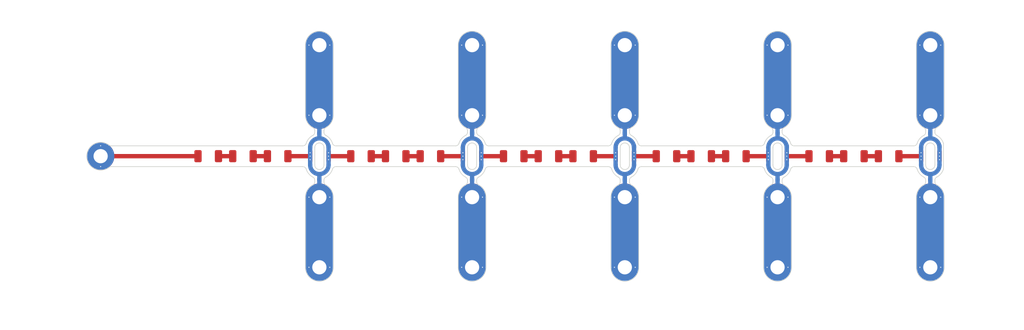
<source format=kicad_pcb>
(kicad_pcb (version 20221018) (generator pcbnew)

  (general
    (thickness 1.6)
  )

  (paper "D")
  (layers
    (0 "F.Cu" signal)
    (31 "B.Cu" signal)
    (32 "B.Adhes" user "B.Adhesive")
    (33 "F.Adhes" user "F.Adhesive")
    (34 "B.Paste" user)
    (35 "F.Paste" user)
    (36 "B.SilkS" user "B.Silkscreen")
    (37 "F.SilkS" user "F.Silkscreen")
    (38 "B.Mask" user)
    (39 "F.Mask" user)
    (40 "Dwgs.User" user "User.Drawings")
    (41 "Cmts.User" user "User.Comments")
    (42 "Eco1.User" user "User.Eco1")
    (43 "Eco2.User" user "User.Eco2")
    (44 "Edge.Cuts" user)
    (45 "Margin" user)
    (46 "B.CrtYd" user "B.Courtyard")
    (47 "F.CrtYd" user "F.Courtyard")
    (48 "B.Fab" user)
    (49 "F.Fab" user)
    (50 "User.1" user)
    (51 "User.2" user)
    (52 "User.3" user)
    (53 "User.4" user)
    (54 "User.5" user)
    (55 "User.6" user)
    (56 "User.7" user)
    (57 "User.8" user)
    (58 "User.9" user)
  )

  (setup
    (stackup
      (layer "F.SilkS" (type "Top Silk Screen"))
      (layer "F.Paste" (type "Top Solder Paste"))
      (layer "F.Mask" (type "Top Solder Mask") (thickness 0.01))
      (layer "F.Cu" (type "copper") (thickness 0.035))
      (layer "dielectric 1" (type "core") (thickness 1.51) (material "FR4") (epsilon_r 4.5) (loss_tangent 0.02))
      (layer "B.Cu" (type "copper") (thickness 0.035))
      (layer "B.Mask" (type "Bottom Solder Mask") (thickness 0.01))
      (layer "B.Paste" (type "Bottom Solder Paste"))
      (layer "B.SilkS" (type "Bottom Silk Screen"))
      (copper_finish "None")
      (dielectric_constraints no)
    )
    (pad_to_mask_clearance 0)
    (pcbplotparams
      (layerselection 0x00010fc_ffffffff)
      (plot_on_all_layers_selection 0x0000000_00000000)
      (disableapertmacros false)
      (usegerberextensions false)
      (usegerberattributes true)
      (usegerberadvancedattributes true)
      (creategerberjobfile true)
      (dashed_line_dash_ratio 12.000000)
      (dashed_line_gap_ratio 3.000000)
      (svgprecision 4)
      (plotframeref false)
      (viasonmask false)
      (mode 1)
      (useauxorigin false)
      (hpglpennumber 1)
      (hpglpenspeed 20)
      (hpglpendiameter 15.000000)
      (dxfpolygonmode true)
      (dxfimperialunits true)
      (dxfusepcbnewfont true)
      (psnegative false)
      (psa4output false)
      (plotreference true)
      (plotvalue true)
      (plotinvisibletext false)
      (sketchpadsonfab false)
      (subtractmaskfromsilk false)
      (outputformat 1)
      (mirror false)
      (drillshape 1)
      (scaleselection 1)
      (outputdirectory "")
    )
  )

  (net 0 "")

  (footprint "Library:HVC2512" (layer "F.Cu") (at 124.99 249.99))

  (footprint "Library:HVC2512" (layer "F.Cu") (at 114.99 249.99))

  (footprint "Library:HVC2512" (layer "F.Cu") (at 311 250))

  (footprint "Library:HVC2512" (layer "F.Cu") (at 179 250))

  (footprint "Library:HVC2512" (layer "F.Cu") (at 203 250))

  (footprint "Library:HVC2512" (layer "F.Cu") (at 213 250))

  (footprint "Library:HVC2512" (layer "F.Cu") (at 223 250))

  (footprint "Library:HVC2512" (layer "F.Cu") (at 301 250))

  (footprint "Library:HVC2512" (layer "F.Cu") (at 159 250))

  (footprint "Library:HVC2512" (layer "F.Cu") (at 291 250))

  (footprint "Library:MountingHole_4.3mm_M4_DIN965_Pad_TopOnly" (layer "F.Cu") (at 83.99 249.99 -90))

  (footprint "Library:HVC2512" (layer "F.Cu") (at 267 250))

  (footprint "Library:HVC2512" (layer "F.Cu") (at 134.99 249.99))

  (footprint "Library:HVC2512" (layer "F.Cu") (at 257 250))

  (footprint "Library:HVC2512" (layer "F.Cu") (at 247 250))

  (footprint "Library:HVC2512" (layer "F.Cu") (at 169 250))

  (footprint "Library:Resistor-link-loop-small" (layer "B.Cu") (at 323 250 180))

  (footprint "Library:Resistor-link-loop-small" (layer "B.Cu") (at 279 250 180))

  (footprint "Library:MountingHole_4.3mm_M4_DIN965_Pad_TopOnly" (layer "B.Cu") (at 323 282 180))

  (footprint "Library:MountingHole_4.3mm_M4_DIN965_Pad_TopOnly" (layer "B.Cu") (at 191 238.2 180))

  (footprint "Library:Resistor-link-loop-small" (layer "B.Cu") (at 235 250 180))

  (footprint "Library:MountingHole_4.3mm_M4_DIN965_Pad_TopOnly" (layer "B.Cu") (at 279 238.2 180))

  (footprint "Library:MountingHole_4.3mm_M4_DIN965_Pad_TopOnly" (layer "B.Cu") (at 323 218 180))

  (footprint "Library:MountingHole_4.3mm_M4_DIN965_Pad_TopOnly" (layer "B.Cu") (at 235 261.8 180))

  (footprint "Library:MountingHole_4.3mm_M4_DIN965_Pad_TopOnly" (layer "B.Cu") (at 323 238.2 180))

  (footprint "Library:MountingHole_4.3mm_M4_DIN965_Pad_TopOnly" (layer "B.Cu") (at 147 261.8 180))

  (footprint "Library:Resistor-link-loop-small" (layer "B.Cu") (at 191 250 180))

  (footprint "Library:MountingHole_4.3mm_M4_DIN965_Pad_TopOnly" (layer "B.Cu") (at 235 218 180))

  (footprint "Library:MountingHole_4.3mm_M4_DIN965_Pad_TopOnly" (layer "B.Cu") (at 147 238.2 180))

  (footprint "Library:MountingHole_4.3mm_M4_DIN965_Pad_TopOnly" (layer "B.Cu") (at 279 218 180))

  (footprint "Library:MountingHole_4.3mm_M4_DIN965_Pad_TopOnly" (layer "B.Cu") (at 235 282 180))

  (footprint "Library:MountingHole_4.3mm_M4_DIN965_Pad_TopOnly" (layer "B.Cu") (at 279 261.8 180))

  (footprint "Library:MountingHole_4.3mm_M4_DIN965_Pad_TopOnly" (layer "B.Cu") (at 235 238.2 180))

  (footprint "Library:MountingHole_4.3mm_M4_DIN965_Pad_TopOnly" (layer "B.Cu") (at 323 261.8 180))

  (footprint "Library:MountingHole_4.3mm_M4_DIN965_Pad_TopOnly" (layer "B.Cu") (at 147 282 180))

  (footprint "Library:MountingHole_4.3mm_M4_DIN965_Pad_TopOnly" (layer "B.Cu") (at 279 282 180))

  (footprint "Library:MountingHole_4.3mm_M4_DIN965_Pad_TopOnly" (layer "B.Cu") (at 147 218 180))

  (footprint "Library:MountingHole_4.3mm_M4_DIN965_Pad_TopOnly" (layer "B.Cu") (at 191 282 180))

  (footprint "Library:MountingHole_4.3mm_M4_DIN965_Pad_TopOnly" (layer "B.Cu") (at 191 218 180))

  (footprint "Library:Resistor-link-loop-small" (layer "B.Cu") (at 147 250 180))

  (footprint "Library:MountingHole_4.3mm_M4_DIN965_Pad_TopOnly" (layer "B.Cu") (at 191 261.8 180))

  (gr_line (start 84 250.01) (end 147 250.01)
    (stroke (width 0.2) (type dash)) (layer "Dwgs.User") (tstamp 454d2301-2503-4c22-af65-7315762979fd))
  (gr_line (start 147 252.51) (end 147 247.51)
    (stroke (width 0.2) (type dash)) (layer "Dwgs.User") (tstamp 55d0d9cd-e552-46db-8b84-ab9fcc2b309c))
  (gr_line (start 235 252.51) (end 235 247.51)
    (stroke (width 0.2) (type dash)) (layer "Dwgs.User") (tstamp 5a316367-bcbf-4971-bb46-366c628c9a0d))
  (gr_line (start 191 252.51) (end 191 247.51)
    (stroke (width 0.2) (type dash)) (layer "Dwgs.User") (tstamp 84f70d41-e444-4f32-90ec-3be557fc6edc))
  (gr_line (start 323 252.51) (end 323 247.51)
    (stroke (width 0.2) (type dash)) (layer "Dwgs.User") (tstamp a8333589-ddc2-4e51-9746-f33964a74751))
  (gr_line (start 279 252.51) (end 279 247.51)
    (stroke (width 0.2) (type dash)) (layer "Dwgs.User") (tstamp d92f65fe-db02-4904-a283-1d6dcb872375))
  (gr_arc (start 321.675 247.51) (mid 323 246.185) (end 324.325 247.51)
    (stroke (width 0.2) (type solid)) (layer "Edge.Cuts") (tstamp 008bf0bf-f1cd-4bbe-aab9-08d36e5082c4))
  (gr_circle (center 235 250.01) (end 235.01 250.01)
    (stroke (width 0.0001) (type solid)) (fill solid) (layer "Edge.Cuts") (tstamp 00ff287a-ddd1-422f-a3e2-4982579bdd62))
  (gr_arc (start 326.790019 253.708492) (mid 326.052003 255.056744) (end 324.857663 256.024216)
    (stroke (width 0.2) (type solid)) (layer "Edge.Cuts") (tstamp 0256f63d-f5bd-418c-8c89-318d9f714869))
  (gr_arc (start 192.86 258.268757) (mid 194.423449 259.741184) (end 195 261.81)
    (stroke (width 0.2) (type solid)) (layer "Edge.Cuts") (tstamp 036dcbe3-2063-4471-ba82-dfd5ac0d39d6))
  (gr_line (start 283 261.81) (end 283 282.01)
    (stroke (width 0.2) (type solid)) (layer "Edge.Cuts") (tstamp 04def547-c20d-4026-bd98-0d2a5490eeb6))
  (gr_arc (start 194.790019 253.708492) (mid 194.052003 255.056744) (end 192.857663 256.024216)
    (stroke (width 0.2) (type solid)) (layer "Edge.Cuts") (tstamp 06008bdf-605e-432c-ad5e-03bd2f2b6109))
  (gr_arc (start 187.209981 246.311508) (mid 186.847492 246.816698) (end 186.256518 247.01)
    (stroke (width 0.2) (type solid)) (layer "Edge.Cuts") (tstamp 060584e3-df94-470d-8cc5-eb227cc4e51d))
  (gr_line (start 186.256518 253.01) (end 151.743482 253.01)
    (stroke (width 0.2) (type solid)) (layer "Edge.Cuts") (tstamp 07cd7670-40bd-4416-8fb0-90e564c66294))
  (gr_arc (start 148.857663 243.995784) (mid 150.052003 244.963256) (end 150.790019 246.311508)
    (stroke (width 0.2) (type solid)) (layer "Edge.Cuts") (tstamp 07efa7ba-7965-4e79-ad0a-21b585804392))
  (gr_arc (start 143.209981 246.311508) (mid 143.947997 244.963256) (end 145.142337 243.995784)
    (stroke (width 0.2) (type solid)) (layer "Edge.Cuts") (tstamp 099c8a8d-c8c6-49a4-88b4-b3348c3f5d07))
  (gr_arc (start 231 218.01) (mid 235 214.01) (end 239 218.01)
    (stroke (width 0.2) (type solid)) (layer "Edge.Cuts") (tstamp 09ab3f6f-6817-4e7f-bb74-eba0bbcfd0e1))
  (gr_arc (start 319 218.01) (mid 323 214.01) (end 327 218.01)
    (stroke (width 0.2) (type solid)) (layer "Edge.Cuts") (tstamp 0b2cd178-dab8-4ee5-9374-d4babe5b422e))
  (gr_arc (start 231.209981 246.311508) (mid 231.947997 244.963256) (end 233.142337 243.995784)
    (stroke (width 0.2) (type solid)) (layer "Edge.Cuts") (tstamp 0ce60bf2-29ce-45a9-8c57-a1b8429e8a7f))
  (gr_arc (start 145.142337 256.024216) (mid 145.531545 256.392221) (end 145.675 256.908295)
    (stroke (width 0.2) (type solid)) (layer "Edge.Cuts") (tstamp 0dc49c4f-c9b1-4b1c-aefe-17c5e1ab3afa))
  (gr_line (start 327 261.81) (end 327 282.01)
    (stroke (width 0.2) (type solid)) (layer "Edge.Cuts") (tstamp 0e09709c-22d5-4189-af2e-8c0a4046fbcf))
  (gr_arc (start 321.14 241.751243) (mid 321.530878 242.119339) (end 321.675 242.636553)
    (stroke (width 0.2) (type solid)) (layer "Edge.Cuts") (tstamp 0fa641a2-e836-411a-a64d-bc23eff69641))
  (gr_arc (start 151 238.21) (mid 150.423449 240.278816) (end 148.86 241.751243)
    (stroke (width 0.2) (type solid)) (layer "Edge.Cuts") (tstamp 0fc0d388-95da-4b97-b1ea-34d9ea33360e))
  (gr_arc (start 236.857663 243.995784) (mid 236.468455 243.627779) (end 236.325 243.111705)
    (stroke (width 0.2) (type solid)) (layer "Edge.Cuts") (tstamp 114a79dc-98b9-44cf-a085-9e97654f4abc))
  (gr_arc (start 236.325 252.51) (mid 235 253.835) (end 233.675 252.51)
    (stroke (width 0.2) (type solid)) (layer "Edge.Cuts") (tstamp 12c251cf-619d-4b92-83e8-5ec0dcfb7312))
  (gr_line (start 274.256518 253.01) (end 239.743482 253.01)
    (stroke (width 0.2) (type solid)) (layer "Edge.Cuts") (tstamp 12d14612-317d-402a-9bef-65f9775a4271))
  (gr_line (start 189.675 252.51) (end 189.675 247.51)
    (stroke (width 0.2) (type solid)) (layer "Edge.Cuts") (tstamp 131fb0df-2e57-44c2-955c-e2c4a4b61ab4))
  (gr_arc (start 277.14 241.751243) (mid 275.576551 240.278816) (end 275 238.21)
    (stroke (width 0.2) (type solid)) (layer "Edge.Cuts") (tstamp 183693c3-78ed-48fa-a13f-54b0abf79074))
  (gr_line (start 231 261.81) (end 231 282.01)
    (stroke (width 0.2) (type solid)) (layer "Edge.Cuts") (tstamp 1865f976-fbf4-4efc-b017-5ad989e06e08))
  (gr_line (start 230.256518 247.01) (end 195.743482 247.01)
    (stroke (width 0.2) (type solid)) (layer "Edge.Cuts") (tstamp 1b6c4d12-a363-47d7-80e1-0b4242da1114))
  (gr_line (start 192.325 243.111705) (end 192.325 242.636553)
    (stroke (width 0.2) (type solid)) (layer "Edge.Cuts") (tstamp 1d15fd80-d640-4d30-b166-f8bfbd014af7))
  (gr_arc (start 277.675 257.383447) (mid 277.530854 257.900646) (end 277.14 258.268757)
    (stroke (width 0.2) (type solid)) (layer "Edge.Cuts") (tstamp 1dfdeb23-cb9f-4f8b-b0e7-314476a3d222))
  (gr_line (start 277.675 256.908295) (end 277.675 257.383447)
    (stroke (width 0.2) (type solid)) (layer "Edge.Cuts") (tstamp 1f63b755-a37d-40c0-9b79-0acc8a69c433))
  (gr_arc (start 145.675 243.111705) (mid 145.531543 243.627777) (end 145.142337 243.995784)
    (stroke (width 0.2) (type solid)) (layer "Edge.Cuts") (tstamp 1f8b26ba-b330-4632-9b36-e1893ed839b7))
  (gr_arc (start 277.142337 256.024216) (mid 277.531545 256.392221) (end 277.675 256.908295)
    (stroke (width 0.2) (type solid)) (layer "Edge.Cuts") (tstamp 238bc6c9-fc11-459d-a5ee-89eea4619bc4))
  (gr_arc (start 189.142337 256.024216) (mid 187.947997 255.056744) (end 187.209981 253.708492)
    (stroke (width 0.2) (type solid)) (layer "Edge.Cuts") (tstamp 23d67c52-de3f-46db-95a3-aa83a8fe8c69))
  (gr_arc (start 280.86 258.268757) (mid 282.423449 259.741184) (end 283 261.81)
    (stroke (width 0.2) (type solid)) (layer "Edge.Cuts") (tstamp 25bef6a7-098f-44fc-9e85-0948a53cae46))
  (gr_arc (start 277.675 247.51) (mid 279 246.185) (end 280.325 247.51)
    (stroke (width 0.2) (type solid)) (layer "Edge.Cuts") (tstamp 25fbc7a5-3995-48eb-a721-cc6138ab5209))
  (gr_arc (start 319 261.81) (mid 319.576551 259.741184) (end 321.14 258.268757)
    (stroke (width 0.2) (type solid)) (layer "Edge.Cuts") (tstamp 26594a1c-8597-4a09-86e4-bf5aa06e14a2))
  (gr_line (start 280.325 256.908295) (end 280.325 257.383447)
    (stroke (width 0.2) (type solid)) (layer "Edge.Cuts") (tstamp 2660e57d-f469-46da-841b-d34c66e80d5e))
  (gr_arc (start 192.325 252.51) (mid 191 253.835) (end 189.675 252.51)
    (stroke (width 0.2) (type solid)) (layer "Edge.Cuts") (tstamp 286bf625-d515-4277-ab47-08c0b7c6b93c))
  (gr_arc (start 148.857663 243.995784) (mid 148.468455 243.627779) (end 148.325 243.111705)
    (stroke (width 0.2) (type solid)) (layer "Edge.Cuts") (tstamp 28eb16ff-980e-4c6f-bebf-607e38403e80))
  (gr_arc (start 192.857663 243.995784) (mid 194.052003 244.963256) (end 194.790019 246.311508)
    (stroke (width 0.2) (type solid)) (layer "Edge.Cuts") (tstamp 2a70b388-a1c2-415a-8997-3a22604fe39d))
  (gr_arc (start 194.790019 253.708492) (mid 195.152508 253.203302) (end 195.743482 253.01)
    (stroke (width 0.2) (type solid)) (layer "Edge.Cuts") (tstamp 2abf7b96-f723-4f1d-967b-b86eab4633e1))
  (gr_arc (start 239.743482 247.01) (mid 239.152518 246.816685) (end 238.790019 246.311508)
    (stroke (width 0.2) (type solid)) (layer "Edge.Cuts") (tstamp 2ae6d033-95c1-4795-b774-f2487df37c5d))
  (gr_arc (start 319.209981 246.311508) (mid 318.847492 246.816698) (end 318.256518 247.01)
    (stroke (width 0.2) (type solid)) (layer "Edge.Cuts") (tstamp 2bda09fa-48d8-4d6a-a782-c7f46041f8e1))
  (gr_arc (start 145.142337 256.024216) (mid 143.947997 255.056744) (end 143.209981 253.708492)
    (stroke (width 0.2) (type solid)) (layer "Edge.Cuts") (tstamp 2d1c31f4-6de5-41db-af8c-9411d5465fb0))
  (gr_line (start 280.325 252.51) (end 280.325 247.51)
    (stroke (width 0.2) (type solid)) (layer "Edge.Cuts") (tstamp 3002db96-0276-47cc-9b25-5df15411a4a3))
  (gr_arc (start 187 261.81) (mid 187.576551 259.741184) (end 189.14 258.268757)
    (stroke (width 0.2) (type solid)) (layer "Edge.Cuts") (tstamp 3088a962-b009-45f6-834c-f41f1660f258))
  (gr_arc (start 280.325 256.908295) (mid 280.468457 256.392223) (end 280.857663 256.024216)
    (stroke (width 0.2) (type solid)) (layer "Edge.Cuts") (tstamp 312cb83a-7008-4a73-9bd4-6761d1dead62))
  (gr_arc (start 274.256518 253.01) (mid 274.847482 253.203315) (end 275.209981 253.708492)
    (stroke (width 0.2) (type solid)) (layer "Edge.Cuts") (tstamp 335e6eae-45fb-4687-b631-6275eaff523d))
  (gr_arc (start 189.675 247.51) (mid 191 246.185) (end 192.325 247.51)
    (stroke (width 0.2) (type solid)) (layer "Edge.Cuts") (tstamp 33a0fcb2-7350-427d-ac8b-18e9ec1128ca))
  (gr_line (start 275 261.81) (end 275 282.01)
    (stroke (width 0.2) (type solid)) (layer "Edge.Cuts") (tstamp 342e29b5-09a6-4018-bac4-9cb33b0703b5))
  (gr_line (start 239 261.81) (end 239 282.01)
    (stroke (width 0.2) (type solid)) (layer "Edge.Cuts") (tstamp 346be873-dd95-496c-b1f1-040bdc919c61))
  (gr_line (start 230.256518 253.01) (end 195.743482 253.01)
    (stroke (width 0.2) (type solid)) (layer "Edge.Cuts") (tstamp 355d628e-3c87-4863-94bd-6cb7fc36530b))
  (gr_line (start 324.325 243.111705) (end 324.325 242.636553)
    (stroke (width 0.2) (type solid)) (layer "Edge.Cuts") (tstamp 386e7b37-67f6-454c-ba1f-c62a5a2b1189))
  (gr_line (start 148.325 252.51) (end 148.325 247.51)
    (stroke (width 0.2) (type solid)) (layer "Edge.Cuts") (tstamp 3aed510d-d484-4a4f-af74-c70fc2067244))
  (gr_circle (center 323 250.01) (end 323.01 250.01)
    (stroke (width 0.0001) (type solid)) (fill solid) (layer "Edge.Cuts") (tstamp 3c82b3d8-1222-4ba5-8b4e-725c894124f7))
  (gr_line (start 236.325 256.908295) (end 236.325 257.383447)
    (stroke (width 0.2) (type solid)) (layer "Edge.Cuts") (tstamp 3cd94790-2447-4eb2-a45d-7ba470783b85))
  (gr_arc (start 236.325 256.908295) (mid 236.468457 256.392223) (end 236.857663 256.024216)
    (stroke (width 0.2) (type solid)) (layer "Edge.Cuts") (tstamp 3e2f0ce3-3194-4f01-930e-8b308b6cb27d))
  (gr_arc (start 148.325 242.636553) (mid 148.469114 242.119335) (end 148.86 241.751243)
    (stroke (width 0.2) (type solid)) (layer "Edge.Cuts") (tstamp 3fdcafe6-d777-44f6-aded-b60abd496b1d))
  (gr_arc (start 231.209981 246.311508) (mid 230.847492 246.816698) (end 230.256518 247.01)
    (stroke (width 0.2) (type solid)) (layer "Edge.Cuts") (tstamp 412fea5c-590d-4bcb-ab7c-845adea58358))
  (gr_line (start 186.256518 247.01) (end 151.743482 247.01)
    (stroke (width 0.2) (type solid)) (layer "Edge.Cuts") (tstamp 42f7d7d2-6754-45d1-88e4-6ae1a56fa0ca))
  (gr_arc (start 236.857663 243.995784) (mid 238.052003 244.963256) (end 238.790019 246.311508)
    (stroke (width 0.2) (type solid)) (layer "Edge.Cuts") (tstamp 441737e3-5fad-4494-9764-855dcdcf4348))
  (gr_arc (start 275.209981 246.311508) (mid 275.947997 244.963256) (end 277.142337 243.995784)
    (stroke (width 0.2) (type solid)) (layer "Edge.Cuts") (tstamp 44efe2da-0320-4558-9ecf-019ba376d5b1))
  (gr_arc (start 283 282.01) (mid 279 286.01) (end 275 282.01)
    (stroke (width 0.2) (type solid)) (layer "Edge.Cuts") (tstamp 45a2cd2e-60d6-46d3-99cc-722da742dcab))
  (gr_arc (start 192.325 242.636553) (mid 192.469146 242.119354) (end 192.86 241.751243)
    (stroke (width 0.2) (type solid)) (layer "Edge.Cuts") (tstamp 4605ec01-2660-468f-9e47-077910b19829))
  (gr_arc (start 321.14 241.751243) (mid 319.576551 240.278816) (end 319 238.21)
    (stroke (width 0.2) (type solid)) (layer "Edge.Cuts") (tstamp 46163319-064f-4df5-9f81-4a282712d489))
  (gr_arc (start 150.790019 253.708492) (mid 150.052003 255.056744) (end 148.857663 256.024216)
    (stroke (width 0.2) (type solid)) (layer "Edge.Cuts") (tstamp 46cfd318-fdf1-46f1-8f69-325e6b6c4c44))
  (gr_arc (start 280.857663 243.995784) (mid 282.052003 244.963256) (end 282.790019 246.311508)
    (stroke (width 0.2) (type solid)) (layer "Edge.Cuts") (tstamp 471460b0-00a2-47c4-923e-74f69dbd1f5f))
  (gr_arc (start 321.675 257.383447) (mid 321.530854 257.900646) (end 321.14 258.268757)
    (stroke (width 0.2) (type solid)) (layer "Edge.Cuts") (tstamp 4a12492a-9027-49a3-95f0-665fb51838fa))
  (gr_arc (start 275.209981 246.311508) (mid 274.847492 246.816698) (end 274.256518 247.01)
    (stroke (width 0.2) (type solid)) (layer "Edge.Cuts") (tstamp 4e075cd9-a4a9-4377-89e5-1bc1ea8e62a0))
  (gr_arc (start 283 238.21) (mid 282.423449 240.278816) (end 280.86 241.751243)
    (stroke (width 0.2) (type solid)) (layer "Edge.Cuts") (tstamp 4e54f755-2ab6-40f4-9909-4630a04f4982))
  (gr_arc (start 319.209981 246.311508) (mid 319.947997 244.963256) (end 321.142337 243.995784)
    (stroke (width 0.2) (type solid)) (layer "Edge.Cuts") (tstamp 4fb3c2dd-ecfc-4d05-a308-ad0dc0c588da))
  (gr_arc (start 187 218.01) (mid 191 214.01) (end 195 218.01)
    (stroke (width 0.2) (type solid)) (layer "Edge.Cuts") (tstamp 51dbec2a-3db9-4ef9-8d56-ba613ebd1642))
  (gr_arc (start 148.86 258.268757) (mid 150.423449 259.741184) (end 151 261.81)
    (stroke (width 0.2) (type solid)) (layer "Edge.Cuts") (tstamp 52e469ed-15e6-48d3-bb75-1ef9395ad03f))
  (gr_arc (start 324.325 256.908295) (mid 324.468457 256.392223) (end 324.857663 256.024216)
    (stroke (width 0.2) (type solid)) (layer "Edge.Cuts") (tstamp 532a8c0b-7297-4500-99af-3a87184b4f7b))
  (gr_line (start 318.256518 253.01) (end 283.743482 253.01)
    (stroke (width 0.2) (type solid)) (layer "Edge.Cuts") (tstamp 5541a4d3-658a-4d94-911c-59758fa5270a))
  (gr_arc (start 192.325 256.908295) (mid 192.468457 256.392223) (end 192.857663 256.024216)
    (stroke (width 0.2) (type solid)) (layer "Edge.Cuts") (tstamp 567e7526-2bec-4b83-aaba-3e28bfb1f3e3))
  (gr_line (start 145.675 256.908295) (end 145.675 257.383447)
    (stroke (width 0.2) (type solid)) (layer "Edge.Cuts") (tstamp 58783139-9c6a-4451-98c4-8c7af0caa095))
  (gr_line (start 192.325 252.51) (end 192.325 247.51)
    (stroke (width 0.2) (type solid)) (layer "Edge.Cuts") (tstamp 5884ac0f-5d2b-43c5-b945-63bd08780b57))
  (gr_arc (start 143 218.01) (mid 147 214.01) (end 151 218.01)
    (stroke (width 0.2) (type solid)) (layer "Edge.Cuts") (tstamp 59360caa-2fa7-4a6a-8727-202505a5ff94))
  (gr_arc (start 324.325 242.636553) (mid 324.469146 242.119354) (end 324.86 241.751243)
    (stroke (width 0.2) (type solid)) (layer "Edge.Cuts") (tstamp 597789a2-ed06-4238-9de8-4c4f99eeda76))
  (gr_arc (start 277.14 241.751243) (mid 277.530878 242.119339) (end 277.675 242.636553)
    (stroke (width 0.2) (type solid)) (layer "Edge.Cuts") (tstamp 5a1ab9ea-d562-4256-86fa-53cb561d1ee4))
  (gr_arc (start 318.256518 253.01) (mid 318.847482 253.203315) (end 319.209981 253.708492)
    (stroke (width 0.2) (type solid)) (layer "Edge.Cuts") (tstamp 5d5c3c2b-7ee9-4524-9b6c-38fb6349f1c9))
  (gr_arc (start 236.325 242.636553) (mid 236.469146 242.119354) (end 236.86 241.751243)
    (stroke (width 0.2) (type solid)) (layer "Edge.Cuts") (tstamp 5d7aa157-a3e5-4362-828f-e142123a577b))
  (gr_arc (start 143.209981 246.311508) (mid 142.847492 246.816698) (end 142.256518 247.01)
    (stroke (width 0.2) (type solid)) (layer "Edge.Cuts") (tstamp 5e1a7adc-2bae-44bb-b9ae-1d4c9e5bcb42))
  (gr_line (start 324.325 256.908295) (end 324.325 257.383447)
    (stroke (width 0.2) (type solid)) (layer "Edge.Cuts") (tstamp 5fd1a6b3-c1ad-4dc5-804d-1dcd3ebc021a))
  (gr_line (start 143 261.81) (end 143 282.01)
    (stroke (width 0.2) (type solid)) (layer "Edge.Cuts") (tstamp 5ffb3fca-80cc-4a99-b8fe-39805adb8270))
  (gr_arc (start 280.857663 243.995784) (mid 280.468455 243.627779) (end 280.325 243.111705)
    (stroke (width 0.2) (type solid)) (layer "Edge.Cuts") (tstamp 60771d69-7c59-496e-a1dc-80c7983d1b51))
  (gr_line (start 195 238.21) (end 195 218.01)
    (stroke (width 0.2) (type solid)) (layer "Edge.Cuts") (tstamp 60b1b23b-04b5-44f3-99d5-5f292f0068f2))
  (gr_arc (start 283.743482 247.01) (mid 283.152518 246.816685) (end 282.790019 246.311508)
    (stroke (width 0.2) (type solid)) (layer "Edge.Cuts") (tstamp 619d49d6-d610-47e5-baf3-6d8716086faf))
  (gr_arc (start 186.256518 253.01) (mid 186.847482 253.203315) (end 187.209981 253.708492)
    (stroke (width 0.2) (type solid)) (layer "Edge.Cuts") (tstamp 62f939c0-6041-40a7-8adb-a9469bbde2bb))
  (gr_arc (start 148.325 256.908295) (mid 148.468457 256.392223) (end 148.857663 256.024216)
    (stroke (width 0.2) (type solid)) (layer "Edge.Cuts") (tstamp 67cf8ef7-4a10-4011-ab2c-7b6247344b18))
  (gr_arc (start 233.675 247.51) (mid 235 246.185) (end 236.325 247.51)
    (stroke (width 0.2) (type solid)) (layer "Edge.Cuts") (tstamp 67e85284-5f87-493c-8bd5-edc73aeb0fce))
  (gr_line (start 187 238.21) (end 187 218.01)
    (stroke (width 0.2) (type solid)) (layer "Edge.Cuts") (tstamp 687054ed-0d79-4e58-b6ac-5931e10d827c))
  (gr_line (start 142.256518 247.01) (end 87 247.01)
    (stroke (width 0.2) (type solid)) (layer "Edge.Cuts") (tstamp 68a15085-0d8a-4930-8b81-fecd9013ab02))
  (gr_line (start 277.675 252.51) (end 277.675 247.51)
    (stroke (width 0.2) (type solid)) (layer "Edge.Cuts") (tstamp 690452be-7de8-4507-97ce-2d43917d1ba7))
  (gr_line (start 195 261.81) (end 195 282.01)
    (stroke (width 0.2) (type solid)) (layer "Edge.Cuts") (tstamp 6a4d5108-26a1-4359-b67d-6f570b6ef9a6))
  (gr_arc (start 192.857663 243.995784) (mid 192.468455 243.627779) (end 192.325 243.111705)
    (stroke (width 0.2) (type solid)) (layer "Edge.Cuts") (tstamp 6a85044e-9edd-4632-a995-7f8de4d2e304))
  (gr_line (start 236.325 243.111705) (end 236.325 242.636553)
    (stroke (width 0.2) (type solid)) (layer "Edge.Cuts") (tstamp 6d66733a-dd42-4929-80c2-6038e5c92419))
  (gr_line (start 239 238.21) (end 239 218.01)
    (stroke (width 0.2) (type solid)) (layer "Edge.Cuts") (tstamp 6ef0dc50-afee-4b4c-9637-2a75a70cb56c))
  (gr_arc (start 277.675 243.111705) (mid 277.531543 243.627777) (end 277.142337 243.995784)
    (stroke (width 0.2) (type solid)) (layer "Edge.Cuts") (tstamp 6f3e0f83-f3c9-41da-8a2d-bf11b9345d32))
  (gr_arc (start 230.256518 253.01) (mid 230.847482 253.203315) (end 231.209981 253.708492)
    (stroke (width 0.2) (type solid)) (layer "Edge.Cuts") (tstamp 7229a89b-f119-4e14-b0de-5a1900852472))
  (gr_arc (start 195 282.01) (mid 191 286.01) (end 187 282.01)
    (stroke (width 0.2) (type solid)) (layer "Edge.Cuts") (tstamp 756ab746-ae95-48ee-b8ff-db463fd1dab0))
  (gr_arc (start 233.14 241.751243) (mid 231.576551 240.278816) (end 231 238.21)
    (stroke (width 0.2) (type solid)) (layer "Edge.Cuts") (tstamp 781cf629-3f2a-4d66-b25a-f6285926afa0))
  (gr_arc (start 189.142337 256.024216) (mid 189.531545 256.392221) (end 189.675 256.908295)
    (stroke (width 0.2) (type solid)) (layer "Edge.Cuts") (tstamp 788b0df9-b485-48f5-9510-5d2fa8f99844))
  (gr_line (start 321.675 243.111705) (end 321.675 242.636553)
    (stroke (width 0.2) (type solid)) (layer "Edge.Cuts") (tstamp 78c96ba4-47d4-439d-a0fe-06463045e92e))
  (gr_line (start 280.325 243.111705) (end 280.325 242.636553)
    (stroke (width 0.2) (type solid)) (layer "Edge.Cuts") (tstamp 7ff45a99-3447-48be-adae-9ffd6694187e))
  (gr_arc (start 195 238.21) (mid 194.423449 240.278816) (end 192.86 241.751243)
    (stroke (width 0.2) (type solid)) (layer "Edge.Cuts") (tstamp 8263062f-e32d-4c8f-a3ce-5561422bb092))
  (gr_line (start 233.675 243.111705) (end 233.675 242.636553)
    (stroke (width 0.2) (type solid)) (layer "Edge.Cuts") (tstamp 867f05d5-87cf-4cb5-ba23-a00042ce05e1))
  (gr_arc (start 327 282.01) (mid 323 286.01) (end 319 282.01)
    (stroke (width 0.2) (type solid)) (layer "Edge.Cuts") (tstamp 86ae15ec-39f1-49b7-ad15-8eda496b98b0))
  (gr_line (start 151 261.81) (end 151 282.01)
    (stroke (width 0.2) (type solid)) (layer "Edge.Cuts") (tstamp 879a0545-651a-4238-8f79-d060dc08ffc7))
  (gr_arc (start 239 238.21) (mid 238.423449 240.278816) (end 236.86 241.751243)
    (stroke (width 0.2) (type solid)) (layer "Edge.Cuts") (tstamp 882f40b6-a4c6-476f-b8c6-ea1d78eb049d))
  (gr_arc (start 282.790019 253.708492) (mid 283.152508 253.203302) (end 283.743482 253.01)
    (stroke (width 0.2) (type solid)) (layer "Edge.Cuts") (tstamp 887f9c1c-a359-4519-8499-a0c975acc139))
  (gr_arc (start 233.142337 256.024216) (mid 233.531545 256.392221) (end 233.675 256.908295)
    (stroke (width 0.2) (type solid)) (layer "Edge.Cuts") (tstamp 88e4f502-1a9a-446e-a1ff-3f16b08e1938))
  (gr_arc (start 321.142337 256.024216) (mid 319.947997 255.056744) (end 319.209981 253.708492)
    (stroke (width 0.2) (type solid)) (layer "Edge.Cuts") (tstamp 8e27a37e-f397-4e33-815b-818c374ebc6b))
  (gr_arc (start 324.857663 243.995784) (mid 326.052003 244.963256) (end 326.790019 246.311508)
    (stroke (width 0.2) (type solid)) (layer "Edge.Cuts") (tstamp 8e5edb9f-c602-49e1-9d27-81574d3308c2))
  (gr_arc (start 321.675 243.111705) (mid 321.531543 243.627777) (end 321.142337 243.995784)
    (stroke (width 0.2) (type solid)) (layer "Edge.Cuts") (tstamp 8f1abe71-bf4b-426e-94fb-9e40c8900d68))
  (gr_line (start 277.675 243.111705) (end 277.675 242.636553)
    (stroke (width 0.2) (type solid)) (layer "Edge.Cuts") (tstamp 94ae4e2a-2540-4e30-a8bb-e2c47a1d7bfa))
  (gr_arc (start 87 247.01) (mid 86.683772 246.958683) (end 86.4 246.81)
    (stroke (width 0.2) (type solid)) (layer "Edge.Cuts") (tstamp 94fc4ce0-4b79-41d0-829d-347855947527))
  (gr_line (start 321.675 252.51) (end 321.675 247.51)
    (stroke (width 0.2) (type solid)) (layer "Edge.Cuts") (tstamp 968607c7-2634-40ba-a5dc-80d0c774e46f))
  (gr_arc (start 277.142337 256.024216) (mid 275.947997 255.056744) (end 275.209981 253.708492)
    (stroke (width 0.2) (type solid)) (layer "Edge.Cuts") (tstamp 96cee0f5-6f86-4b07-9227-542b9baa6713))
  (gr_arc (start 195.743482 247.01) (mid 195.152518 246.816685) (end 194.790019 246.311508)
    (stroke (width 0.2) (type solid)) (layer "Edge.Cuts") (tstamp 974885e4-a212-4101-9285-786d02c96bb1))
  (gr_line (start 283 238.21) (end 283 218.01)
    (stroke (width 0.2) (type solid)) (layer "Edge.Cuts") (tstamp 975d1f04-5ee7-480e-9b04-ba32aad67767))
  (gr_line (start 233.675 252.51) (end 233.675 247.51)
    (stroke (width 0.2) (type solid)) (layer "Edge.Cuts") (tstamp 9941d2f8-0aee-4e47-a766-a35a128b293f))
  (gr_line (start 143 238.21) (end 143 218.01)
    (stroke (width 0.2) (type solid)) (layer "Edge.Cuts") (tstamp 9a8addde-8545-4dec-adbe-2841cee4668c))
  (gr_line (start 151 238.21) (end 151 218.01)
    (stroke (width 0.2) (type solid)) (layer "Edge.Cuts") (tstamp 9b065a26-b74f-4e69-8bb1-68f3c57c5d42))
  (gr_arc (start 239 282.01) (mid 235 286.01) (end 231 282.01)
    (stroke (width 0.2) (type solid)) (layer "Edge.Cuts") (tstamp 9b0a1169-27a4-4743-8631-68a25e767321))
  (gr_arc (start 189.14 241.751243) (mid 187.576551 240.278816) (end 187 238.21)
    (stroke (width 0.2) (type solid)) (layer "Edge.Cuts") (tstamp 9bb0ba75-9028-4dea-a12b-9bb4a40ae252))
  (gr_line (start 318.256518 247.01) (end 283.743482 247.01)
    (stroke (width 0.2) (type solid)) (layer "Edge.Cuts") (tstamp 9c38bcd8-c422-40ea-b4cb-0c01ab658885))
  (gr_line (start 187 261.81) (end 187 282.01)
    (stroke (width 0.2) (type solid)) (layer "Edge.Cuts") (tstamp 9c4ddacd-e73d-4db7-81b2-852ad2e3bab8))
  (gr_arc (start 282.790019 253.708492) (mid 282.052003 255.056744) (end 280.857663 256.024216)
    (stroke (width 0.2) (type solid)) (layer "Edge.Cuts") (tstamp 9deff23c-64d2-4fcd-bdd1-7694efd59fac))
  (gr_line (start 189.675 256.908295) (end 189.675 257.383447)
    (stroke (width 0.2) (type solid)) (layer "Edge.Cuts") (tstamp 9e56c5d3-12ae-414c-bddf-ce9c8b41c2ef))
  (gr_line (start 233.675 256.908295) (end 233.675 257.383447)
    (stroke (width 0.2) (type solid)) (layer "Edge.Cuts") (tstamp 9f299280-d3e6-414c-a4d9-84d3e443903d))
  (gr_arc (start 187.209981 246.311508) (mid 187.947997 244.963256) (end 189.142337 243.995784)
    (stroke (width 0.2) (type solid)) (layer "Edge.Cuts") (tstamp 9ff2b9f2-f273-4a90-8dd8-3016c3279e36))
  (gr_arc (start 145.14 241.751243) (mid 143.576551 240.278816) (end 143 238.21)
    (stroke (width 0.2) (type solid)) (layer "Edge.Cuts") (tstamp a0338e4f-901b-4a55-a28f-67b39e2285b9))
  (gr_line (start 148.325 256.908295) (end 148.325 257.383447)
    (stroke (width 0.2) (type solid)) (layer "Edge.Cuts") (tstamp a369278b-e42a-4918-ae29-1a2eaa3a3f29))
  (gr_line (start 275 238.21) (end 275 218.01)
    (stroke (width 0.2) (type solid)) (layer "Edge.Cuts") (tstamp a3eee6e7-2651-495f-a569-435fdae7beb5))
  (gr_arc (start 86.4 253.21) (mid 80 250.01) (end 86.4 246.81)
    (stroke (width 0.2) (type solid)) (layer "Edge.Cuts") (tstamp a4b0c071-b72e-4368-a6ca-3b4349975139))
  (gr_arc (start 233.675 257.383447) (mid 233.530854 257.900646) (end 233.14 258.268757)
    (stroke (width 0.2) (type solid)) (layer "Edge.Cuts") (tstamp a4f7638c-3dff-4c02-9ed8-33f40cd2653c))
  (gr_line (start 321.675 256.908295) (end 321.675 257.383447)
    (stroke (width 0.2) (type solid)) (layer "Edge.Cuts") (tstamp a520195a-08b6-4057-b814-d85fc43a4eb0))
  (gr_line (start 274.256518 247.01) (end 239.743482 247.01)
    (stroke (width 0.2) (type solid)) (layer "Edge.Cuts") (tstamp a5d3148c-ca6f-4c8c-8b6c-0670aa8038a7))
  (gr_line (start 324.325 252.51) (end 324.325 247.51)
    (stroke (width 0.2) (type solid)) (layer "Edge.Cuts") (tstamp a5f0bac8-cf05-49ad-80f0-2397044bac20))
  (gr_line (start 189.675 243.111705) (end 189.675 242.636553)
    (stroke (width 0.2) (type solid)) (layer "Edge.Cuts") (tstamp a7d3ac3d-1634-414f-9405-65bae1459c1e))
  (gr_line (start 319 261.81) (end 319 282.01)
    (stroke (width 0.2) (type solid)) (layer "Edge.Cuts") (tstamp a83fe532-33ae-4d68-9713-987e489cdc87))
  (gr_line (start 236.325 252.51) (end 236.325 247.51)
    (stroke (width 0.2) (type solid)) (layer "Edge.Cuts") (tstamp a9ca03e8-6b49-436f-a29b-c3f249286337))
  (gr_arc (start 238.790019 253.708492) (mid 239.152508 253.203302) (end 239.743482 253.01)
    (stroke (width 0.2) (type solid)) (layer "Edge.Cuts") (tstamp abfc0c3c-87d7-4e2a-a374-632cecd9e4b4))
  (gr_arc (start 238.790019 253.708492) (mid 238.052003 255.056744) (end 236.857663 256.024216)
    (stroke (width 0.2) (type solid)) (layer "Edge.Cuts") (tstamp ace34cea-6b57-4704-8088-7e448cefd397))
  (gr_arc (start 280.325 252.51) (mid 279 253.835) (end 277.675 252.51)
    (stroke (width 0.2) (type solid)) (layer "Edge.Cuts") (tstamp add526ee-eb05-4645-9eac-a9fe49ddc220))
  (gr_arc (start 236.86 258.268757) (mid 238.423449 259.741184) (end 239 261.81)
    (stroke (width 0.2) (type solid)) (layer "Edge.Cuts") (tstamp b32a7fd4-a045-4e74-9e5a-e38e82fa5102))
  (gr_arc (start 327 238.21) (mid 326.423449 240.278816) (end 324.86 241.751243)
    (stroke (width 0.2) (type solid)) (layer "Edge.Cuts") (tstamp b3d3aa92-5936-42f5-82f4-b4558f006125))
  (gr_arc (start 142.256518 253.01) (mid 142.847482 253.203315) (end 143.209981 253.708492)
    (stroke (width 0.2) (type solid)) (layer "Edge.Cuts") (tstamp b4391705-cc6a-47f9-9979-b0acba9e31b5))
  (gr_arc (start 189.14 241.751243) (mid 189.530878 242.119339) (end 189.675 242.636553)
    (stroke (width 0.2) (type solid)) (layer "Edge.Cuts") (tstamp b71b2071-5457-4209-8797-5ac4b9b69ce9))
  (gr_arc (start 233.14 241.751243) (mid 233.530878 242.119339) (end 233.675 242.636553)
    (stroke (width 0.2) (type solid)) (layer "Edge.Cuts") (tstamp b7d731f7-7360-4439-9a3a-02f6e1166193))
  (gr_line (start 148.325 243.111705) (end 148.325 242.636553)
    (stroke (width 0.2) (type solid)) (layer "Edge.Cuts") (tstamp b7f14f8c-0f97-4e76-b02c-142f35d11603))
  (gr_arc (start 143 261.81) (mid 143.576551 259.741184) (end 145.14 258.268757)
    (stroke (width 0.2) (type solid)) (layer "Edge.Cuts") (tstamp b9585ec1-6ec0-4317-b00d-f2b741a6ba1d))
  (gr_arc (start 280.325 242.636553) (mid 280.469146 242.119354) (end 280.86 241.751243)
    (stroke (width 0.2) (type solid)) (layer "Edge.Cuts") (tstamp ba2aad18-924a-4029-8c08-2d23a1278b14))
  (gr_arc (start 324.325 252.51) (mid 323 253.835) (end 321.675 252.51)
    (stroke (width 0.2) (type solid)) (layer "Edge.Cuts") (tstamp bb16a680-f832-44a7-b780-92e8d9c869bc))
  (gr_arc (start 148.325 252.51) (mid 147 253.835) (end 145.675 252.51)
    (stroke (width 0.2) (type solid)) (layer "Edge.Cuts") (tstamp bbb62618-42c8-4790-9e43-38e95be6466d))
  (gr_arc (start 236.86 258.268757) (mid 236.469122 257.900661) (end 236.325 257.383447)
    (stroke (width 0.2) (type solid)) (layer "Edge.Cuts") (tstamp c27a07d9-b4e2-4da5-868d-a40fa761e611))
  (gr_line (start 319 238.21) (end 319 218.01)
    (stroke (width 0.2) (type solid)) (layer "Edge.Cuts") (tstamp c2b24306-d240-48bf-b4fd-6ff19271a539))
  (gr_line (start 231 238.21) (end 231 218.01)
    (stroke (width 0.2) (type solid)) (layer "Edge.Cuts") (tstamp c442a7be-728e-4e23-b159-05b56a6d7f71))
  (gr_arc (start 86.4 253.21) (mid 86.683772 253.061317) (end 87 253.01)
    (stroke (width 0.2) (type solid)) (layer "Edge.Cuts") (tstamp c57099e2-fecb-4707-a420-356db45b6cae))
  (gr_arc (start 280.86 258.268757) (mid 280.469122 257.900661) (end 280.325 257.383447)
    (stroke (width 0.2) (type solid)) (layer "Edge.Cuts") (tstamp c61f3b61-5012-4382-a1c9-a1adab0d7707))
  (gr_arc (start 233.142337 256.024216) (mid 231.947997 255.056744) (end 231.209981 253.708492)
    (stroke (width 0.2) (type solid)) (layer "Edge.Cuts") (tstamp c6a56a3d-eedb-42b3-88dc-67bb56b192dd))
  (gr_arc (start 321.142337 256.024216) (mid 321.531545 256.392221) (end 321.675 256.908295)
    (stroke (width 0.2) (type solid)) (layer "Edge.Cuts") (tstamp cb5f7dc7-2219-4ed2-bc12-2001b402b49c))
  (gr_arc (start 151.743482 247.01) (mid 151.152518 246.816685) (end 150.790019 246.311508)
    (stroke (width 0.2) (type solid)) (layer "Edge.Cuts") (tstamp cddccae0-4539-4245-8e58-e3ff55cf64b8))
  (gr_circle (center 279 250.01) (end 279.01 250.01)
    (stroke (width 0.0001) (type solid)) (fill solid) (layer "Edge.Cuts") (tstamp ce9772e9-1663-4458-b377-44cc23ac7bc4))
  (gr_line (start 145.675 243.111705) (end 145.675 242.636553)
    (stroke (width 0.2) (type solid)) (layer "Edge.Cuts") (tstamp cfae5c6e-a1e9-487c-a4f4-fbc1606016e5))
  (gr_circle (center 191 250.01) (end 191.01 250.01)
    (stroke (width 0.0001) (type solid)) (fill solid) (layer "Edge.Cuts") (tstamp d19450b4-356a-4232-a923-45a66d52b5b1))
  (gr_line (start 145.675 252.51) (end 145.675 247.51)
    (stroke (width 0.2) (type solid)) (layer "Edge.Cuts") (tstamp d236bf36-96b1-434e-af92-93eff0495143))
  (gr_arc (start 150.790019 253.708492) (mid 151.152508 253.203302) (end 151.743482 253.01)
    (stroke (width 0.2) (type solid)) (layer "Edge.Cuts") (tstamp d5fe681c-3073-46d0-8df4-8ae88a80c7ad))
  (gr_arc (start 145.14 241.751243) (mid 145.530877 242.11934) (end 145.675 242.636553)
    (stroke (width 0.2) (type solid)) (layer "Edge.Cuts") (tstamp daa8391c-158e-4dda-aafe-735a1b3674df))
  (gr_arc (start 324.857663 243.995784) (mid 324.468455 243.627779) (end 324.325 243.111705)
    (stroke (width 0.2) (type solid)) (layer "Edge.Cuts") (tstamp dc5bef82-a369-4cbc-9b32-e8ec8552cba9))
  (gr_line (start 192.325 256.908295) (end 192.325 257.383447)
    (stroke (width 0.2) (type solid)) (layer "Edge.Cuts") (tstamp dc76a07e-03cc-477f-907c-21e4bcfbbcaa))
  (gr_arc (start 148.86 258.268757) (mid 148.469123 257.90066) (end 148.325 257.383447)
    (stroke (width 0.2) (type solid)) (layer "Edge.Cuts") (tstamp de226a06-6b82-4de8-872d-a323f967b27f))
  (gr_arc (start 145.675 247.51) (mid 147 246.185) (end 148.325 247.51)
    (stroke (width 0.2) (type solid)) (layer "Edge.Cuts") (tstamp e066f498-a613-4321-9e31-7a86e2530fd6))
  (gr_arc (start 151 282.01) (mid 147 286.01) (end 143 282.01)
    (stroke (width 0.2) (type solid)) (layer "Edge.Cuts") (tstamp e3280e4d-d873-4db2-971f-c7c8ba47bac6))
  (gr_line (start 327 238.21) (end 327 218.01)
    (stroke (width 0.2) (type solid)) (layer "Edge.Cuts") (tstamp e32d057d-05fa-4a74-98a1-e091f36608be))
  (gr_arc (start 189.675 243.111705) (mid 189.531543 243.627777) (end 189.142337 243.995784)
    (stroke (width 0.2) (type solid)) (layer "Edge.Cuts") (tstamp e97e7447-0fc2-4427-a13e-245bbdf4124b))
  (gr_arc (start 231 261.81) (mid 231.576551 259.741184) (end 233.14 258.268757)
    (stroke (width 0.2) (type solid)) (layer "Edge.Cuts") (tstamp ea9667e4-d646-4615-a4f8-56c156cd9f59))
  (gr_arc (start 275 261.81) (mid 275.576551 259.741184) (end 277.14 258.268757)
    (stroke (width 0.2) (type solid)) (layer "Edge.Cuts") (tstamp ec33e75c-ea84-4b52-8646-8a1f0d30f6b5))
  (gr_arc (start 324.86 258.268757) (mid 324.469122 257.900661) (end 324.325 257.383447)
    (stroke (width 0.2) (type solid)) (layer "Edge.Cuts") (tstamp ec5951fc-f4f2-4019-8676-1e7174af9f94))
  (gr_arc (start 145.675 257.383447) (mid 145.530841 257.900638) (end 145.14 258.268757)
    (stroke (width 0.2) (type solid)) (layer "Edge.Cuts") (tstamp ed0f937b-fc82-43e2-b264-fb6c694be42f))
  (gr_circle (center 147 250.01) (end 147.01 250.01)
    (stroke (width 0.0001) (type solid)) (fill solid) (layer "Edge.Cuts") (tstamp edd3da0b-77e0-48df-9431-63cb5fc38cb0))
  (gr_arc (start 192.86 258.268757) (mid 192.469122 257.900661) (end 192.325 257.383447)
    (stroke (width 0.2) (type solid)) (layer "Edge.Cuts") (tstamp ee082a6e-a698-4869-876d-b17c783560d1))
  (gr_arc (start 324.86 258.268757) (mid 326.423449 259.741184) (end 327 261.81)
    (stroke (width 0.2) (type solid)) (layer "Edge.Cuts") (tstamp ee63d519-9698-4896-b966-1514cfe13d32))
  (gr_line (start 142.256518 253.01) (end 87 253.01)
    (stroke (width 0.2) (type solid)) (layer "Edge.Cuts") (tstamp f0bf0f82-1d98-4d3e-bc39-31ef6c8d3655))
  (gr_arc (start 189.675 257.383447) (mid 189.530854 257.900646) (end 189.14 258.268757)
    (stroke (width 0.2) (type solid)) (layer "Edge.Cuts") (tstamp f3f2bcce-32be-49bb-9588-46f07ef35db4))
  (gr_line (start 326.790019 246.311508) (end 326.790019 253.708492)
    (stroke (width 0.2) (type default)) (layer "Edge.Cuts") (tstamp f91fc0f8-0452-418c-8f33-546bc462017e))
  (gr_arc (start 233.675 243.111705) (mid 233.531543 243.627777) (end 233.142337 243.995784)
    (stroke (width 0.2) (type solid)) (layer "Edge.Cuts") (tstamp f9a3bff5-2be9-4ac0-ac7e-31362831029b))
  (gr_arc (start 275 218.01) (mid 279 214.01) (end 283 218.01)
    (stroke (width 0.2) (type solid)) (layer "Edge.Cuts") (tstamp ff029a43-63ec-4595-91c5-2490f12d9b51))

  (segment (start 83.99 249.99) (end 112.04 249.99) (width 1.25) (layer "F.Cu") (net 0) (tstamp 01fdc589-132f-4288-9c74-62c755da57c3))
  (segment (start 137.94 249.99) (end 143.99 249.99) (width 1.25) (layer "F.Cu") (net 0) (tstamp 090b4001-b754-488c-afc1-58294fe478f5))
  (segment (start 181.95 250) (end 188 250) (width 1.25) (layer "F.Cu") (net 0) (tstamp 0e6a584f-05b2-4bdd-a9b2-5f8fb4796ed5))
  (segment (start 216.25 250) (end 220.35 250) (width 1.25) (layer "F.Cu") (net 0) (tstamp 270bfb5f-9f3d-4b62-b781-d5bf9bea1ce7))
  (segment (start 314.1 250) (end 320.15 250) (width 1.25) (layer "F.Cu") (net 0) (tstamp 33c16cbe-1eff-4327-b033-daf61d7d41c8))
  (segment (start 149.8 250) (end 156.2 250) (width 1.25) (layer "F.Cu") (net 0) (tstamp 33e2d5f0-72a4-4125-8058-f7e5abc1cbaa))
  (segment (start 281.95 250) (end 288.35 250) (width 1.25) (layer "F.Cu") (net 0) (tstamp 4f93c5f5-3916-4330-938e-29b5b8eb0f19))
  (segment (start 250.25 250) (end 254.35 250) (width 1.25) (layer "F.Cu") (net 0) (tstamp 50355176-a93c-4ea6-a507-574bf8e64d2f))
  (segment (start 172.1 250) (end 176.2 250) (width 1.25) (layer "F.Cu") (net 0) (tstamp 5af64ca1-2f82-4911-a9c1-48353ede734b))
  (segment (start 237.95 250) (end 244.35 250) (width 1.25) (layer "F.Cu") (net 0) (tstamp 6beb2e27-cda3-40da-80f7-2f93414ed415))
  (segment (start 128.09 249.99) (end 132.19 249.99) (width 1.25) (layer "F.Cu") (net 0) (tstamp 788edeba-96f4-406d-95aa-6f53b2f16d09))
  (segment (start 304.25 250) (end 308.35 250) (width 1.25) (layer "F.Cu") (net 0) (tstamp 91da567d-0b6b-47b9-959c-b31d9a269a50))
  (segment (start 118.09 249.99) (end 122.19 249.99) (width 1.25) (layer "F.Cu") (net 0) (tstamp 965d27b0-3a23-43bb-b4b5-fc2efff00e49))
  (segment (start 162.1 250) (end 166.2 250) (width 1.25) (layer "F.Cu") (net 0) (tstamp 96db929c-d69c-492a-b57f-c5516e944148))
  (segment (start 226.1 250) (end 232.15 250) (width 1.25) (layer "F.Cu") (net 0) (tstamp 98b49088-c187-444f-8b80-e1e442422202))
  (segment (start 260.25 250) (end 264.35 250) (width 1.25) (layer "F.Cu") (net 0) (tstamp 9a5d88cd-f4f9-4ee8-90a1-95feeaca152f))
  (segment (start 193.95 250) (end 200.35 250) (width 1.25) (layer "F.Cu") (net 0) (tstamp a33c07bb-9305-400d-95be-37b12ea94b20))
  (segment (start 294.25 250) (end 298.35 250) (width 1.25) (layer "F.Cu") (net 0) (tstamp cc7e57fa-a212-44ea-9de1-6d05369564c5))
  (segment (start 206.25 250) (end 210.35 250) (width 1.25) (layer "F.Cu") (net 0) (tstamp d69707e7-090c-4c63-aceb-d2cb25a84ac9))
  (segment (start 270.1 250) (end 276.15 250) (width 1.25) (layer "F.Cu") (net 0) (tstamp e25f431c-82ed-4a79-8321-8557ebf81d35))
  (segment (start 235.01 217.99) (end 235.01 237.99) (width 8) (layer "B.Cu") (net 0) (tstamp 01029b25-12cb-4743-bbde-159566e7c2a4))
  (segment (start 147 262) (end 147 256.603407) (width 1.25) (layer "B.Cu") (net 0) (tstamp 1b060fdf-68e5-4a5b-8c36-8ee6e3875149))
  (segment (start 191 238.2) (end 191 243.596593) (width 1.25) (layer "B.Cu") (net 0) (tstamp 32aac91d-96d5-4043-bd2e-853338b40be8))
  (segment (start 323.01 261.99) (end 323.01 281.99) (width 8) (layer "B.Cu") (net 0) (tstamp 39f3903a-9f90-4e33-8a82-c86b646d5541))
  (segment (start 191.01 261.99) (end 191.01 281.99) (width 8) (layer "B.Cu") (net 0) (tstamp 43f5bc2c-978c-4bdf-9e32-305633c1bc13))
  (segment (start 235 238.2) (end 235 243.596593) (width 1.25) (layer "B.Cu") (net 0) (tstamp 4a231c87-ec74-45dc-bf5c-a8087fbd9d0f))
  (segment (start 279 262) (end 279 256.603407) (width 1.25) (layer "B.Cu") (net 0) (tstamp 4b1c98d3-8fe8-4afe-9e82-8a8b08732d59))
  (segment (start 235.01 261.99) (end 235.01 281.99) (width 8) (layer "B.Cu") (net 0) (tstamp 55b33340-9245-4a2d-93c0-877bfece65be))
  (segment (start 235 262) (end 235 256.603407) (width 1.25) (layer "B.Cu") (net 0) (tstamp 5b2cc153-3f44-4c24-80a7-93a7504cf9c0))
  (segment (start 147 238.2) (end 147 243.596593) (width 1.25) (layer "B.Cu") (net 0) (tstamp 6676717a-d33f-415b-b40c-4987d8117b9b))
  (segment (start 323 262) (end 323 256.603407) (width 1.25) (layer "B.Cu") (net 0) (tstamp 8d357bf8-d742-4428-9529-05ff3f5734dc))
  (segment (start 147 262) (end 147 282) (width 8) (layer "B.Cu") (net 0) (tstamp 8e2efd7b-cd17-4796-89ba-8453402def52))
  (segment (start 147 218) (end 147 238) (width 8) (layer "B.Cu") (net 0) (tstamp 94faf6e9-487e-4b59-9b65-8801d6479d01))
  (segment (start 323.01 217.99) (end 323.01 237.99) (width 8) (layer "B.Cu") (net 0) (tstamp a8f19bb1-5afe-4b77-a5cd-62c928a5f259))
  (segment (start 323 238.2) (end 323 243.596593) (width 1.25) (layer "B.Cu") (net 0) (tstamp b02f02b2-8b37-4292-be81-f4e532a49f28))
  (segment (start 191 262) (end 191 256.603407) (width 1.25) (layer "B.Cu") (net 0) (tstamp b8750037-e78c-4da6-98bf-0340074e718a))
  (segment (start 279.01 261.99) (end 279.01 281.99) (width 8) (layer "B.Cu") (net 0) (tstamp bd306d31-4cbc-4ce4-8a80-3290470fafc5))
  (segment (start 279.01 217.99) (end 279.01 237.99) (width 8) (layer "B.Cu") (net 0) (tstamp bf7f561b-cc7a-4577-b0bd-cad8df60b0f8))
  (segment (start 279 238.2) (end 279 243.596593) (width 1.25) (layer "B.Cu") (net 0) (tstamp c159ef5b-e501-4e18-a768-5f31cfb5399a))
  (segment (start 191.01 217.99) (end 191.01 237.99) (width 8) (layer "B.Cu") (net 0) (tstamp e0ec7305-a488-4eb5-8f74-7899ca416c58))

  (zone (net 0) (net_name "") (layers "*.Mask") (tstamp fa7ed401-c876-46ac-81e0-e3cbecefe140) (hatch edge 0.5)
    (connect_pads (clearance 0.5))
    (min_thickness 0.25) (filled_areas_thickness no)
    (fill yes (thermal_gap 0.5) (thermal_bridge_width 0.5))
    (polygon
      (pts
        (xy 350 300)
        (xy 350 205)
        (xy 55 205)
        (xy 55 300)
      )
    )
    (filled_polygon
      (layer "B.Mask")
      (island)
      (pts
        (xy 147.208851 214.01577)
        (xy 147.599454 214.05549)
        (xy 147.61187 214.057392)
        (xy 147.996455 214.136427)
        (xy 148.008615 214.139576)
        (xy 148.383216 214.257107)
        (xy 148.394995 214.261469)
        (xy 148.755801 214.416303)
        (xy 148.767079 214.421835)
        (xy 149.110355 214.612369)
        (xy 149.121014 214.619013)
        (xy 149.443264 214.843305)
        (xy 149.453197 214.850994)
        (xy 149.751096 215.106732)
        (xy 149.7602 215.115386)
        (xy 150.030699 215.399952)
        (xy 150.038881 215.409483)
        (xy 150.279204 215.719953)
        (xy 150.28638 215.730263)
        (xy 150.494057 216.063451)
        (xy 150.500153 216.074433)
        (xy 150.673063 216.426935)
        (xy 150.678016 216.438478)
        (xy 150.81437 216.806644)
        (xy 150.81813 216.818629)
        (xy 150.916544 217.198723)
        (xy 150.919073 217.211027)
        (xy 150.978524 217.599108)
        (xy 150.979795 217.611604)
        (xy 150.999841 218.006865)
        (xy 151 218.013146)
        (xy 151 238.206928)
        (xy 150.999849 238.213053)
        (xy 150.980782 238.598564)
        (xy 150.979573 238.610754)
        (xy 150.923016 238.989462)
        (xy 150.92061 239.001474)
        (xy 150.826962 239.372744)
        (xy 150.823383 239.38446)
        (xy 150.693553 239.744691)
        (xy 150.688835 239.755996)
        (xy 150.524102 240.101645)
        (xy 150.518292 240.11243)
        (xy 150.32025 240.440146)
        (xy 150.313404 240.450305)
        (xy 150.083994 240.756878)
        (xy 150.076179 240.766312)
        (xy 149.817633 241.048759)
        (xy 149.808925 241.057375)
        (xy 149.523788 241.312919)
        (xy 149.514272 241.320635)
        (xy 149.205284 241.546815)
        (xy 149.195054 241.553553)
        (xy 148.859998 241.751243)
        (xy 148.679983 241.872424)
        (xy 148.530309 242.029552)
        (xy 148.418066 242.215269)
        (xy 148.348537 242.420834)
        (xy 148.325 242.636549)
        (xy 148.325 243.111702)
        (xy 148.348429 243.326914)
        (xy 148.417625 243.532034)
        (xy 148.529344 243.717457)
        (xy 148.678353 243.874495)
        (xy 148.857655 243.995779)
        (xy 149.185012 244.189751)
        (xy 149.195075 244.196395)
        (xy 149.497169 244.417675)
        (xy 149.506539 244.425265)
        (xy 149.785714 244.674841)
        (xy 149.794302 244.683305)
        (xy 150.047916 244.958817)
        (xy 150.055641 244.968076)
        (xy 150.281293 245.266914)
        (xy 150.288083 245.276878)
        (xy 150.483644 245.596221)
        (xy 150.489434 245.606798)
        (xy 150.653056 245.943631)
        (xy 150.657791 245.954721)
        (xy 150.790015 246.311499)
        (xy 150.874205 246.504293)
        (xy 150.996841 246.675206)
        (xy 151.152521 246.816686)
        (xy 151.334349 246.922467)
        (xy 151.534287 246.987869)
        (xy 151.743482 247.01)
        (xy 186.256518 247.01)
        (xy 186.465714 246.987886)
        (xy 186.665656 246.922482)
        (xy 186.847488 246.8167)
        (xy 187.003171 246.675218)
        (xy 187.125808 246.504302)
        (xy 187.209984 246.311498)
        (xy 187.342208 245.954722)
        (xy 187.346943 245.943632)
        (xy 187.510565 245.606798)
        (xy 187.516355 245.596221)
        (xy 187.711916 245.276878)
        (xy 187.718706 245.266914)
        (xy 187.944358 244.968076)
        (xy 187.952083 244.958817)
        (xy 188.205697 244.683305)
        (xy 188.214285 244.674841)
        (xy 188.49346 244.425265)
        (xy 188.50283 244.417675)
        (xy 188.804924 244.196395)
        (xy 188.814987 244.189751)
        (xy 189.14234 243.995781)
        (xy 189.321643 243.874492)
        (xy 189.470654 243.717452)
        (xy 189.58237 243.532032)
        (xy 189.651567 243.326913)
        (xy 189.675 243.111708)
        (xy 189.675 242.636554)
        (xy 189.651468 242.420826)
        (xy 189.581943 242.215257)
        (xy 189.469706 242.029529)
        (xy 189.320042 241.872391)
        (xy 189.139995 241.751239)
        (xy 188.804945 241.553553)
        (xy 188.794714 241.546815)
        (xy 188.485727 241.320635)
        (xy 188.476212 241.312919)
        (xy 188.191074 241.057375)
        (xy 188.182366 241.048759)
        (xy 187.92382 240.766313)
        (xy 187.916005 240.756879)
        (xy 187.686596 240.450304)
        (xy 187.67975 240.440145)
        (xy 187.481711 240.112434)
        (xy 187.475901 240.10165)
        (xy 187.311162 239.755993)
        (xy 187.306444 239.744687)
        (xy 187.176618 239.384463)
        (xy 187.173039 239.372748)
        (xy 187.079389 239.001472)
        (xy 187.076983 238.989459)
        (xy 187.020426 238.610754)
        (xy 187.019217 238.598564)
        (xy 187.000151 238.213053)
        (xy 187 238.206928)
        (xy 187 218.013146)
        (xy 187.000159 218.006866)
        (xy 187.020204 217.611605)
        (xy 187.021475 217.599108)
        (xy 187.080926 217.211027)
        (xy 187.083455 217.198723)
        (xy 187.181869 216.818629)
        (xy 187.185629 216.806644)
        (xy 187.321983 216.438478)
        (xy 187.326936 216.426935)
        (xy 187.499846 216.074433)
        (xy 187.505942 216.063451)
        (xy 187.713619 215.730263)
        (xy 187.720795 215.719953)
        (xy 187.961118 215.409483)
        (xy 187.9693 215.399952)
        (xy 188.239799 215.115386)
        (xy 188.248903 215.106732)
        (xy 188.546802 214.850994)
        (xy 188.556735 214.843305)
        (xy 188.878985 214.619013)
        (xy 188.889644 214.612369)
        (xy 189.23292 214.421835)
        (xy 189.244198 214.416303)
        (xy 189.605004 214.261469)
        (xy 189.616783 214.257107)
        (xy 189.991384 214.139576)
        (xy 190.003544 214.136427)
        (xy 190.388129 214.057392)
        (xy 190.400545 214.05549)
        (xy 190.791149 214.01577)
        (xy 190.803694 214.015134)
        (xy 191.196306 214.015134)
        (xy 191.208851 214.01577)
        (xy 191.599454 214.05549)
        (xy 191.61187 214.057392)
        (xy 191.996455 214.136427)
        (xy 192.008615 214.139576)
        (xy 192.383216 214.257107)
        (xy 192.394995 214.261469)
        (xy 192.755801 214.416303)
        (xy 192.767079 214.421835)
        (xy 193.110355 214.612369)
        (xy 193.121014 214.619013)
        (xy 193.443264 214.843305)
        (xy 193.453197 214.850994)
        (xy 193.751096 215.106732)
        (xy 193.7602 215.115386)
        (xy 194.030699 215.399952)
        (xy 194.038881 215.409483)
        (xy 194.279204 215.719953)
        (xy 194.28638 215.730263)
        (xy 194.494057 216.063451)
        (xy 194.500153 216.074433)
        (xy 194.673063 216.426935)
        (xy 194.678016 216.438478)
        (xy 194.81437 216.806644)
        (xy 194.81813 216.818629)
        (xy 194.916544 217.198723)
        (xy 194.919073 217.211027)
        (xy 194.978524 217.599108)
        (xy 194.979795 217.611604)
        (xy 194.999841 218.006865)
        (xy 195 218.013146)
        (xy 195 238.206928)
        (xy 194.999849 238.213053)
        (xy 194.980782 238.598564)
        (xy 194.979573 238.610754)
        (xy 194.923016 238.989462)
        (xy 194.92061 239.001474)
        (xy 194.826962 239.372744)
        (xy 194.823383 239.38446)
        (xy 194.693553 239.744691)
        (xy 194.688835 239.755996)
        (xy 194.524102 240.101645)
        (xy 194.518292 240.11243)
        (xy 194.32025 240.440146)
        (xy 194.313404 240.450305)
        (xy 194.083994 240.756878)
        (xy 194.076179 240.766312)
        (xy 193.817633 241.048759)
        (xy 193.808925 241.057375)
        (xy 193.523788 241.312919)
        (xy 193.514272 241.320635)
        (xy 193.205284 241.546815)
        (xy 193.195054 241.553553)
        (xy 192.860004 241.751238)
        (xy 192.679967 241.872397)
        (xy 192.530316 242.029541)
        (xy 192.418083 242.215268)
        (xy 192.348551 242.420836)
        (xy 192.325 242.636548)
        (xy 192.325 243.111702)
        (xy 192.348429 243.326914)
        (xy 192.417625 243.532034)
        (xy 192.529344 243.717457)
        (xy 192.678353 243.874495)
        (xy 192.857655 243.995779)
        (xy 193.185012 244.189751)
        (xy 193.195075 244.196395)
        (xy 193.497169 244.417675)
        (xy 193.506539 244.425265)
        (xy 193.785714 244.674841)
        (xy 193.794302 244.683305)
        (xy 194.047916 244.958817)
        (xy 194.055641 244.968076)
        (xy 194.281293 245.266914)
        (xy 194.288083 245.276878)
        (xy 194.483644 245.596221)
        (xy 194.489434 245.606798)
        (xy 194.653056 245.943631)
        (xy 194.657791 245.954721)
        (xy 194.790015 246.311499)
        (xy 194.874205 246.504293)
        (xy 194.996841 246.675206)
        (xy 195.152521 246.816686)
        (xy 195.334349 246.922467)
        (xy 195.534287 246.987869)
        (xy 195.743482 247.01)
        (xy 230.256518 247.01)
        (xy 230.465714 246.987886)
        (xy 230.665656 246.922482)
        (xy 230.847488 246.8167)
        (xy 231.003171 246.675218)
        (xy 231.125808 246.504302)
        (xy 231.209984 246.311498)
        (xy 231.342208 245.954722)
        (xy 231.346943 245.943632)
        (xy 231.510565 245.606798)
        (xy 231.516355 245.596221)
        (xy 231.711916 245.276878)
        (xy 231.718706 245.266914)
        (xy 231.944358 244.968076)
        (xy 231.952083 244.958817)
        (xy 232.205697 244.683305)
        (xy 232.214285 244.674841)
        (xy 232.49346 244.425265)
        (xy 232.50283 244.417675)
        (xy 232.804924 244.196395)
        (xy 232.814987 244.189751)
        (xy 233.14234 243.995781)
        (xy 233.321643 243.874492)
        (xy 233.470654 243.717452)
        (xy 233.58237 243.532032)
        (xy 233.651567 243.326913)
        (xy 233.675 243.111708)
        (xy 233.675 242.636554)
        (xy 233.651468 242.420826)
        (xy 233.581943 242.215257)
        (xy 233.469706 242.029529)
        (xy 233.320042 241.872391)
        (xy 233.139995 241.751239)
        (xy 232.804945 241.553553)
        (xy 232.794714 241.546815)
        (xy 232.485727 241.320635)
        (xy 232.476212 241.312919)
        (xy 232.191074 241.057375)
        (xy 232.182366 241.048759)
        (xy 231.92382 240.766313)
        (xy 231.916005 240.756879)
        (xy 231.686596 240.450304)
        (xy 231.67975 240.440145)
        (xy 231.481711 240.112434)
        (xy 231.475901 240.10165)
        (xy 231.311162 239.755993)
        (xy 231.306444 239.744687)
        (xy 231.176618 239.384463)
        (xy 231.173039 239.372748)
        (xy 231.079389 239.001472)
        (xy 231.076983 238.989459)
        (xy 231.020426 238.610754)
        (xy 231.019217 238.598564)
        (xy 231.000151 238.213053)
        (xy 231 238.206928)
        (xy 231 218.013146)
        (xy 231.000159 218.006866)
        (xy 231.020204 217.611605)
        (xy 231.021475 217.599108)
        (xy 231.080926 217.211027)
        (xy 231.083455 217.198723)
        (xy 231.181869 216.818629)
        (xy 231.185629 216.806644)
        (xy 231.321983 216.438478)
        (xy 231.326936 216.426935)
        (xy 231.499846 216.074433)
        (xy 231.505942 216.063451)
        (xy 231.713619 215.730263)
        (xy 231.720795 215.719953)
        (xy 231.961118 215.409483)
        (xy 231.9693 215.399952)
        (xy 232.239799 215.115386)
        (xy 232.248903 215.106732)
        (xy 232.546802 214.850994)
        (xy 232.556735 214.843305)
        (xy 232.878985 214.619013)
        (xy 232.889644 214.612369)
        (xy 233.23292 214.421835)
        (xy 233.244198 214.416303)
        (xy 233.605004 214.261469)
        (xy 233.616783 214.257107)
        (xy 233.991384 214.139576)
        (xy 234.003544 214.136427)
        (xy 234.388129 214.057392)
        (xy 234.400545 214.05549)
        (xy 234.791149 214.01577)
        (xy 234.803694 214.015134)
        (xy 235.196306 214.015134)
        (xy 235.208851 214.01577)
        (xy 235.599454 214.05549)
        (xy 235.61187 214.057392)
        (xy 235.996455 214.136427)
        (xy 236.008615 214.139576)
        (xy 236.383216 214.257107)
        (xy 236.394995 214.261469)
        (xy 236.755801 214.416303)
        (xy 236.767079 214.421835)
        (xy 237.110355 214.612369)
        (xy 237.121014 214.619013)
        (xy 237.443264 214.843305)
        (xy 237.453197 214.850994)
        (xy 237.751096 215.106732)
        (xy 237.7602 215.115386)
        (xy 238.030699 215.399952)
        (xy 238.038881 215.409483)
        (xy 238.279204 215.719953)
        (xy 238.28638 215.730263)
        (xy 238.494057 216.063451)
        (xy 238.500153 216.074433)
        (xy 238.673063 216.426935)
        (xy 238.678016 216.438478)
        (xy 238.81437 216.806644)
        (xy 238.81813 216.818629)
        (xy 238.916544 217.198723)
        (xy 238.919073 217.211027)
        (xy 238.978524 217.599108)
        (xy 238.979795 217.611604)
        (xy 238.999841 218.006865)
        (xy 239 218.013146)
        (xy 239 238.206928)
        (xy 238.999849 238.213053)
        (xy 238.980782 238.598564)
        (xy 238.979573 238.610754)
        (xy 238.923016 238.989462)
        (xy 238.92061 239.001474)
        (xy 238.826962 239.372744)
        (xy 238.823383 239.38446)
        (xy 238.693553 239.744691)
        (xy 238.688835 239.755996)
        (xy 238.524102 240.101645)
        (xy 238.518292 240.11243)
        (xy 238.32025 240.440146)
        (xy 238.313404 240.450305)
        (xy 238.083994 240.756878)
        (xy 238.076179 240.766312)
        (xy 237.817633 241.048759)
        (xy 237.808925 241.057375)
        (xy 237.523788 241.312919)
        (xy 237.514272 241.320635)
        (xy 237.205284 241.546815)
        (xy 237.195054 241.553553)
        (xy 236.860004 241.751238)
        (xy 236.679967 241.872397)
        (xy 236.530316 242.029541)
        (xy 236.418083 242.215268)
        (xy 236.348551 242.420836)
        (xy 236.325 242.636548)
        (xy 236.325 243.111702)
        (xy 236.348429 243.326914)
        (xy 236.417625 243.532034)
        (xy 236.529344 243.717457)
        (xy 236.678353 243.874495)
        (xy 236.857655 243.995779)
        (xy 237.185012 244.189751)
        (xy 237.195075 244.196395)
        (xy 237.497169 244.417675)
        (xy 237.506539 244.425265)
        (xy 237.785714 244.674841)
        (xy 237.794302 244.683305)
        (xy 238.047916 244.958817)
        (xy 238.055641 244.968076)
        (xy 238.281293 245.266914)
        (xy 238.288083 245.276878)
        (xy 238.483644 245.596221)
        (xy 238.489434 245.606798)
        (xy 238.653056 245.943631)
        (xy 238.657791 245.954721)
        (xy 238.790015 246.311499)
        (xy 238.874205 246.504293)
        (xy 238.996841 246.675206)
        (xy 239.152521 246.816686)
        (xy 239.334349 246.922467)
        (xy 239.534287 246.987869)
        (xy 239.743482 247.01)
        (xy 274.256518 247.01)
        (xy 274.465714 246.987886)
        (xy 274.665656 246.922482)
        (xy 274.847488 246.8167)
        (xy 275.003171 246.675218)
        (xy 275.125808 246.504302)
        (xy 275.209984 246.311498)
        (xy 275.342208 245.954722)
        (xy 275.346943 245.943632)
        (xy 275.510565 245.606798)
        (xy 275.516355 245.596221)
        (xy 275.711916 245.276878)
        (xy 275.718706 245.266914)
        (xy 275.944358 244.968076)
        (xy 275.952083 244.958817)
        (xy 276.205697 244.683305)
        (xy 276.214285 244.674841)
        (xy 276.49346 244.425265)
        (xy 276.50283 244.417675)
        (xy 276.804924 244.196395)
        (xy 276.814987 244.189751)
        (xy 277.14234 243.995781)
        (xy 277.321643 243.874492)
        (xy 277.470654 243.717452)
        (xy 277.58237 243.532032)
        (xy 277.651567 243.326913)
        (xy 277.675 243.111708)
        (xy 277.675 242.636554)
        (xy 277.651468 242.420826)
        (xy 277.581943 242.215257)
        (xy 277.469706 242.029529)
        (xy 277.320042 241.872391)
        (xy 277.139995 241.751239)
        (xy 276.804945 241.553553)
        (xy 276.794714 241.546815)
        (xy 276.485727 241.320635)
        (xy 276.476212 241.312919)
        (xy 276.191074 241.057375)
        (xy 276.182366 241.048759)
        (xy 275.92382 240.766313)
        (xy 275.916005 240.756879)
        (xy 275.686596 240.450304)
        (xy 275.67975 240.440145)
        (xy 275.481711 240.112434)
        (xy 275.475901 240.10165)
        (xy 275.311162 239.755993)
        (xy 275.306444 239.744687)
        (xy 275.176618 239.384463)
        (xy 275.173039 239.372748)
        (xy 275.079389 239.001472)
        (xy 275.076983 238.989459)
        (xy 275.020426 238.610754)
        (xy 275.019217 238.598564)
        (xy 275.000151 238.213053)
        (xy 275 238.206928)
        (xy 275 218.013146)
        (xy 275.000159 218.006866)
        (xy 275.020204 217.611605)
        (xy 275.021475 217.599108)
        (xy 275.080926 217.211027)
        (xy 275.083455 217.198723)
        (xy 275.181869 216.818629)
        (xy 275.185629 216.806644)
        (xy 275.321983 216.438478)
        (xy 275.326936 216.426935)
        (xy 275.499846 216.074433)
        (xy 275.505942 216.063451)
        (xy 275.713619 215.730263)
        (xy 275.720795 215.719953)
        (xy 275.961118 215.409483)
        (xy 275.9693 215.399952)
        (xy 276.239799 215.115386)
        (xy 276.248903 215.106732)
        (xy 276.546802 214.850994)
        (xy 276.556735 214.843305)
        (xy 276.878985 214.619013)
        (xy 276.889644 214.612369)
        (xy 277.23292 214.421835)
        (xy 277.244198 214.416303)
        (xy 277.605004 214.261469)
        (xy 277.616783 214.257107)
        (xy 277.991384 214.139576)
        (xy 278.003544 214.136427)
        (xy 278.388129 214.057392)
        (xy 278.400545 214.05549)
        (xy 278.791149 214.01577)
        (xy 278.803694 214.015134)
        (xy 279.196306 214.015134)
        (xy 279.208851 214.01577)
        (xy 279.599454 214.05549)
        (xy 279.61187 214.057392)
        (xy 279.996455 214.136427)
        (xy 280.008615 214.139576)
        (xy 280.383216 214.257107)
        (xy 280.394995 214.261469)
        (xy 280.755801 214.416303)
        (xy 280.767079 214.421835)
        (xy 281.110355 214.612369)
        (xy 281.121014 214.619013)
        (xy 281.443264 214.843305)
        (xy 281.453197 214.850994)
        (xy 281.751096 215.106732)
        (xy 281.7602 215.115386)
        (xy 282.030699 215.399952)
        (xy 282.038881 215.409483)
        (xy 282.279204 215.719953)
        (xy 282.28638 215.730263)
        (xy 282.494057 216.063451)
        (xy 282.500153 216.074433)
        (xy 282.673063 216.426935)
        (xy 282.678016 216.438478)
        (xy 282.81437 216.806644)
        (xy 282.81813 216.818629)
        (xy 282.916544 217.198723)
        (xy 282.919073 217.211027)
        (xy 282.978524 217.599108)
        (xy 282.979795 217.611604)
        (xy 282.999841 218.006865)
        (xy 283 218.013146)
        (xy 283 238.206928)
        (xy 282.999849 238.213053)
        (xy 282.980782 238.598564)
        (xy 282.979573 238.610754)
        (xy 282.923016 238.989462)
        (xy 282.92061 239.001474)
        (xy 282.826962 239.372744)
        (xy 282.823383 239.38446)
        (xy 282.693553 239.744691)
        (xy 282.688835 239.755996)
        (xy 282.524102 240.101645)
        (xy 282.518292 240.11243)
        (xy 282.32025 240.440146)
        (xy 282.313404 240.450305)
        (xy 282.083994 240.756878)
        (xy 282.076179 240.766312)
        (xy 281.817633 241.048759)
        (xy 281.808925 241.057375)
        (xy 281.523788 241.312919)
        (xy 281.514272 241.320635)
        (xy 281.205284 241.546815)
        (xy 281.195054 241.553553)
        (xy 280.860004 241.751238)
        (xy 280.679967 241.872397)
        (xy 280.530316 242.029541)
        (xy 280.418083 242.215268)
        (xy 280.348551 242.420836)
        (xy 280.325 242.636548)
        (xy 280.325 243.111702)
        (xy 280.348429 243.326914)
        (xy 280.417625 243.532034)
        (xy 280.529344 243.717457)
        (xy 280.678353 243.874495)
        (xy 280.857655 243.995779)
        (xy 281.185012 244.189751)
        (xy 281.195075 244.196395)
        (xy 281.497169 244.417675)
        (xy 281.506539 244.425265)
        (xy 281.785714 244.674841)
        (xy 281.794302 244.683305)
        (xy 282.047916 244.958817)
        (xy 282.055641 244.968076)
        (xy 282.281293 245.266914)
        (xy 282.288083 245.276878)
        (xy 282.483644 245.596221)
        (xy 282.489434 245.606798)
        (xy 282.653056 245.943631)
        (xy 282.657791 245.954721)
        (xy 282.790015 246.311499)
        (xy 282.874205 246.504293)
        (xy 282.996841 246.675206)
        (xy 283.152521 246.816686)
        (xy 283.334349 246.922467)
        (xy 283.534287 246.987869)
        (xy 283.743482 247.01)
        (xy 318.256518 247.01)
        (xy 318.465714 246.987886)
        (xy 318.665656 246.922482)
        (xy 318.847488 246.8167)
        (xy 319.003171 246.675218)
        (xy 319.125808 246.504302)
        (xy 319.209984 246.311498)
        (xy 319.342208 245.954722)
        (xy 319.346943 245.943632)
        (xy 319.510565 245.606798)
        (xy 319.516355 245.596221)
        (xy 319.711916 245.276878)
        (xy 319.718706 245.266914)
        (xy 319.944358 244.968076)
        (xy 319.952083 244.958817)
        (xy 320.205697 244.683305)
        (xy 320.214285 244.674841)
        (xy 320.49346 244.425265)
        (xy 320.50283 244.417675)
        (xy 320.804924 244.196395)
        (xy 320.814987 244.189751)
        (xy 321.14234 243.995781)
        (xy 321.321643 243.874492)
        (xy 321.470654 243.717452)
        (xy 321.58237 243.532032)
        (xy 321.651567 243.326913)
        (xy 321.675 243.111708)
        (xy 321.675 242.636554)
        (xy 321.651468 242.420826)
        (xy 321.581943 242.215257)
        (xy 321.469706 242.029529)
        (xy 321.320042 241.872391)
        (xy 321.139995 241.751239)
        (xy 320.804945 241.553553)
        (xy 320.794714 241.546815)
        (xy 320.485727 241.320635)
        (xy 320.476212 241.312919)
        (xy 320.191074 241.057375)
        (xy 320.182366 241.048759)
        (xy 319.92382 240.766313)
        (xy 319.916005 240.756879)
        (xy 319.686596 240.450304)
        (xy 319.67975 240.440145)
        (xy 319.481711 240.112434)
        (xy 319.475901 240.10165)
        (xy 319.311162 239.755993)
        (xy 319.306444 239.744687)
        (xy 319.176618 239.384463)
        (xy 319.173039 239.372748)
        (xy 319.079389 239.001472)
        (xy 319.076983 238.989459)
        (xy 319.020426 238.610754)
        (xy 319.019217 238.598564)
        (xy 319.000151 238.213053)
        (xy 319 238.206928)
        (xy 319 218.013146)
        (xy 319.000159 218.006866)
        (xy 319.020204 217.611605)
        (xy 319.021475 217.599108)
        (xy 319.080926 217.211027)
        (xy 319.083455 217.198723)
        (xy 319.181869 216.818629)
        (xy 319.185629 216.806644)
        (xy 319.321983 216.438478)
        (xy 319.326936 216.426935)
        (xy 319.499846 216.074433)
        (xy 319.505942 216.063451)
        (xy 319.713619 215.730263)
        (xy 319.720795 215.719953)
        (xy 319.961118 215.409483)
        (xy 319.9693 215.399952)
        (xy 320.239799 215.115386)
        (xy 320.248903 215.106732)
        (xy 320.546802 214.850994)
        (xy 320.556735 214.843305)
        (xy 320.878985 214.619013)
        (xy 320.889644 214.612369)
        (xy 321.23292 214.421835)
        (xy 321.244198 214.416303)
        (xy 321.605004 214.261469)
        (xy 321.616783 214.257107)
        (xy 321.991384 214.139576)
        (xy 322.003544 214.136427)
        (xy 322.388129 214.057392)
        (xy 322.400545 214.05549)
        (xy 322.791149 214.01577)
        (xy 322.803694 214.015134)
        (xy 323.196306 214.015134)
        (xy 323.208851 214.01577)
        (xy 323.599454 214.05549)
        (xy 323.61187 214.057392)
        (xy 323.996455 214.136427)
        (xy 324.008615 214.139576)
        (xy 324.383216 214.257107)
        (xy 324.394995 214.261469)
        (xy 324.755801 214.416303)
        (xy 324.767079 214.421835)
        (xy 325.110355 214.612369)
        (xy 325.121014 214.619013)
        (xy 325.443264 214.843305)
        (xy 325.453197 214.850994)
        (xy 325.751096 215.106732)
        (xy 325.7602 215.115386)
        (xy 326.030699 215.399952)
        (xy 326.038881 215.409483)
        (xy 326.279204 215.719953)
        (xy 326.28638 215.730263)
        (xy 326.494057 216.063451)
        (xy 326.500153 216.074433)
        (xy 326.673063 216.426935)
        (xy 326.678016 216.438478)
        (xy 326.81437 216.806644)
        (xy 326.81813 216.818629)
        (xy 326.916544 217.198723)
        (xy 326.919073 217.211027)
        (xy 326.978524 217.599108)
        (xy 326.979795 217.611604)
        (xy 326.999841 218.006865)
        (xy 327 218.013146)
        (xy 327 238.206928)
        (xy 326.999849 238.213053)
        (xy 326.980782 238.598564)
        (xy 326.979573 238.610754)
        (xy 326.923016 238.989462)
        (xy 326.92061 239.001474)
        (xy 326.826962 239.372744)
        (xy 326.823383 239.38446)
        (xy 326.693553 239.744691)
        (xy 326.688835 239.755996)
        (xy 326.524102 240.101645)
        (xy 326.518292 240.11243)
        (xy 326.32025 240.440146)
        (xy 326.313404 240.450305)
        (xy 326.083994 240.756878)
        (xy 326.076179 240.766312)
        (xy 325.817633 241.048759)
        (xy 325.808925 241.057375)
        (xy 325.523788 241.312919)
        (xy 325.514272 241.320635)
        (xy 325.205284 241.546815)
        (xy 325.195054 241.553553)
        (xy 324.860004 241.751238)
        (xy 324.679967 241.872397)
        (xy 324.530316 242.029541)
        (xy 324.418083 242.215268)
        (xy 324.348551 242.420836)
        (xy 324.325 242.636548)
        (xy 324.325 243.111702)
        (xy 324.348429 243.326914)
        (xy 324.417625 243.532034)
        (xy 324.529344 243.717457)
        (xy 324.678353 243.874495)
        (xy 324.857655 243.995779)
        (xy 325.185012 244.189751)
        (xy 325.195075 244.196395)
        (xy 325.497169 244.417675)
        (xy 325.506539 244.425265)
        (xy 325.785714 244.674841)
        (xy 325.794302 244.683305)
        (xy 326.047916 244.958817)
        (xy 326.055641 244.968076)
        (xy 326.281293 245.266914)
        (xy 326.288083 245.276878)
        (xy 326.483644 245.596221)
        (xy 326.489434 245.606798)
        (xy 326.653056 245.943631)
        (xy 326.657791 245.954721)
        (xy 326.782291 246.290656)
        (xy 326.790019 246.333747)
        (xy 326.790019 253.686253)
        (xy 326.782291 253.729344)
        (xy 326.657791 254.065278)
        (xy 326.653056 254.076368)
        (xy 326.489434 254.413201)
        (xy 326.483644 254.423778)
        (xy 326.288083 254.743121)
        (xy 326.281293 254.753085)
        (xy 326.055641 255.051923)
        (xy 326.047916 255.061182)
        (xy 325.794302 255.336694)
        (xy 325.785714 255.345158)
        (xy 325.506539 255.594734)
        (xy 325.497169 255.602324)
        (xy 325.195075 255.823604)
        (xy 325.185012 255.830248)
        (xy 324.857659 256.024217)
        (xy 324.678356 256.145507)
        (xy 324.529345 256.302547)
        (xy 324.417629 256.487967)
        (xy 324.348432 256.693086)
        (xy 324.325 256.908292)
        (xy 324.325 257.383446)
        (xy 324.348531 257.599173)
        (xy 324.418056 257.804742)
        (xy 324.530293 257.99047)
        (xy 324.679957 258.147608)
        (xy 324.860004 258.26876)
        (xy 325.195054 258.466446)
        (xy 325.205285 258.473184)
        (xy 325.514272 258.699364)
        (xy 325.523787 258.70708)
        (xy 325.808925 258.962624)
        (xy 325.817633 258.97124)
        (xy 326.076179 259.253686)
        (xy 326.083994 259.26312)
        (xy 326.313403 259.569695)
        (xy 326.320249 259.579854)
        (xy 326.518288 259.907565)
        (xy 326.524098 259.918349)
        (xy 326.688837 260.264006)
        (xy 326.693555 260.275312)
        (xy 326.823381 260.635536)
        (xy 326.82696 260.647251)
        (xy 326.92061 261.018527)
        (xy 326.923016 261.03054)
        (xy 326.979573 261.409245)
        (xy 326.980782 261.421435)
        (xy 326.999849 261.806947)
        (xy 327 261.813072)
        (xy 327 282.006854)
        (xy 326.999841 282.013135)
        (xy 326.979795 282.408395)
        (xy 326.978524 282.420891)
        (xy 326.919073 282.808972)
        (xy 326.916544 282.821276)
        (xy 326.81813 283.20137)
        (xy 326.81437 283.213355)
        (xy 326.678016 283.581521)
        (xy 326.673063 283.593064)
        (xy 326.500153 283.945566)
        (xy 326.494057 283.956548)
        (xy 326.28638 284.289736)
        (xy 326.279204 284.300046)
        (xy 326.038881 284.610516)
        (xy 326.030699 284.620047)
        (xy 325.7602 284.904613)
        (xy 325.751096 284.913267)
        (xy 325.453197 285.169005)
        (xy 325.443264 285.176694)
        (xy 325.121014 285.400986)
        (xy 325.110355 285.40763)
        (xy 324.767079 285.598164)
        (xy 324.755801 285.603696)
        (xy 324.394995 285.75853)
        (xy 324.383216 285.762892)
        (xy 324.008615 285.880423)
        (xy 323.996455 285.883572)
        (xy 323.61187 285.962607)
        (xy 323.599454 285.964509)
        (xy 323.208851 286.00423)
        (xy 323.196306 286.004866)
        (xy 322.803694 286.004866)
        (xy 322.791149 286.00423)
        (xy 322.400545 285.964509)
        (xy 322.388129 285.962607)
        (xy 322.003544 285.883572)
        (xy 321.991384 285.880423)
        (xy 321.616783 285.762892)
        (xy 321.605004 285.75853)
        (xy 321.244198 285.603696)
        (xy 321.23292 285.598164)
        (xy 320.889644 285.40763)
        (xy 320.878985 285.400986)
        (xy 320.556735 285.176694)
        (xy 320.546802 285.169005)
        (xy 320.248903 284.913267)
        (xy 320.239799 284.904613)
        (xy 319.9693 284.620047)
        (xy 319.961118 284.610516)
        (xy 319.720795 284.300046)
        (xy 319.713619 284.289736)
        (xy 319.505942 283.956548)
        (xy 319.499846 283.945566)
        (xy 319.326936 283.593064)
        (xy 319.321983 283.581521)
        (xy 319.185629 283.213355)
        (xy 319.181869 283.20137)
        (xy 319.083455 282.821276)
        (xy 319.080926 282.808972)
        (xy 319.021475 282.420891)
        (xy 319.020204 282.408394)
        (xy 319.000159 282.013134)
        (xy 319 282.006854)
        (xy 319 261.813072)
        (xy 319.000151 261.806947)
        (xy 319.019217 261.421435)
        (xy 319.020426 261.409245)
        (xy 319.076983 261.030537)
        (xy 319.079389 261.018525)
        (xy 319.173037 260.647255)
        (xy 319.176616 260.635539)
        (xy 319.306446 260.275308)
        (xy 319.311164 260.264003)
        (xy 319.475897 259.918354)
        (xy 319.481707 259.907569)
        (xy 319.679749 259.579853)
        (xy 319.686595 259.569694)
        (xy 319.916005 259.263121)
        (xy 319.92382 259.253687)
        (xy 320.182366 258.97124)
        (xy 320.191074 258.962624)
        (xy 320.476211 258.70708)
        (xy 320.485727 258.699364)
        (xy 320.794715 258.473184)
        (xy 320.804945 258.466445)
        (xy 321.140007 258.268752)
        (xy 321.320032 258.147602)
        (xy 321.469683 257.990458)
        (xy 321.581916 257.804731)
        (xy 321.651448 257.599163)
        (xy 321.675 257.383452)
        (xy 321.675 256.908298)
        (xy 321.65157 256.693085)
        (xy 321.582374 256.487965)
        (xy 321.470655 256.302542)
        (xy 321.321646 256.145504)
        (xy 321.142344 256.02422)
        (xy 320.814987 255.830248)
        (xy 320.804924 255.823604)
        (xy 320.50283 255.602324)
        (xy 320.49346 255.594734)
        (xy 320.214285 255.345158)
        (xy 320.205697 255.336694)
        (xy 319.952083 255.061182)
        (xy 319.944358 255.051923)
        (xy 319.718706 254.753085)
        (xy 319.711916 254.743121)
        (xy 319.516355 254.423778)
        (xy 319.510565 254.413201)
        (xy 319.346943 254.076368)
        (xy 319.342208 254.065278)
        (xy 319.209984 253.7085)
        (xy 319.125794 253.515706)
        (xy 319.003158 253.344793)
        (xy 318.847478 253.203313)
        (xy 318.66565 253.097532)
        (xy 318.465712 253.03213)
        (xy 318.256518 253.01)
        (xy 283.743482 253.01)
        (xy 283.534285 253.032113)
        (xy 283.334343 253.097517)
        (xy 283.152511 253.203299)
        (xy 282.996828 253.344781)
        (xy 282.874191 253.515697)
        (xy 282.790018 253.708496)
        (xy 282.657791 254.065278)
        (xy 282.653056 254.076367)
        (xy 282.489434 254.413201)
        (xy 282.483644 254.423778)
        (xy 282.288083 254.743121)
        (xy 282.281293 254.753085)
        (xy 282.055641 255.051923)
        (xy 282.047916 255.061182)
        (xy 281.794302 255.336694)
        (xy 281.785714 255.345158)
        (xy 281.506539 255.594734)
        (xy 281.497169 255.602324)
        (xy 281.195075 255.823604)
        (xy 281.185012 255.830248)
        (xy 280.857659 256.024217)
        (xy 280.678356 256.145507)
        (xy 280.529345 256.302547)
        (xy 280.417629 256.487967)
        (xy 280.348432 256.693086)
        (xy 280.325 256.908292)
        (xy 280.325 257.383446)
        (xy 280.348531 257.599173)
        (xy 280.418056 257.804742)
        (xy 280.530293 257.99047)
        (xy 280.679957 258.147608)
        (xy 280.860004 258.26876)
        (xy 281.195054 258.466446)
        (xy 281.205285 258.473184)
        (xy 281.514272 258.699364)
        (xy 281.523787 258.70708)
        (xy 281.808925 258.962624)
        (xy 281.817633 258.97124)
        (xy 282.076179 259.253686)
        (xy 282.083994 259.26312)
        (xy 282.313403 259.569695)
        (xy 282.320249 259.579854)
        (xy 282.518288 259.907565)
        (xy 282.524098 259.918349)
        (xy 282.688837 260.264006)
        (xy 282.693555 260.275312)
        (xy 282.823381 260.635536)
        (xy 282.82696 260.647251)
        (xy 282.92061 261.018527)
        (xy 282.923016 261.03054)
        (xy 282.979573 261.409245)
        (xy 282.980782 261.421435)
        (xy 282.999849 261.806947)
        (xy 283 261.813072)
        (xy 283 282.006854)
        (xy 282.999841 282.013135)
        (xy 282.979795 282.408395)
        (xy 282.978524 282.420891)
        (xy 282.919073 282.808972)
        (xy 282.916544 282.821276)
        (xy 282.81813 283.20137)
        (xy 282.81437 283.213355)
        (xy 282.678016 283.581521)
        (xy 282.673063 283.593064)
        (xy 282.500153 283.945566)
        (xy 282.494057 283.956548)
        (xy 282.28638 284.289736)
        (xy 282.279204 284.300046)
        (xy 282.038881 284.610516)
        (xy 282.030699 284.620047)
        (xy 281.7602 284.904613)
        (xy 281.751096 284.913267)
        (xy 281.453197 285.169005)
        (xy 281.443264 285.176694)
        (xy 281.121014 285.400986)
        (xy 281.110355 285.40763)
        (xy 280.767079 285.598164)
        (xy 280.755801 285.603696)
        (xy 280.394995 285.75853)
        (xy 280.383216 285.762892)
        (xy 280.008615 285.880423)
        (xy 279.996455 285.883572)
        (xy 279.61187 285.962607)
        (xy 279.599454 285.964509)
        (xy 279.208851 286.00423)
        (xy 279.196306 286.004866)
        (xy 278.803694 286.004866)
        (xy 278.791149 286.00423)
        (xy 278.400545 285.964509)
        (xy 278.388129 285.962607)
        (xy 278.003544 285.883572)
        (xy 277.991384 285.880423)
        (xy 277.616783 285.762892)
        (xy 277.605004 285.75853)
        (xy 277.244198 285.603696)
        (xy 277.23292 285.598164)
        (xy 276.889644 285.40763)
        (xy 276.878985 285.400986)
        (xy 276.556735 285.176694)
        (xy 276.546802 285.169005)
        (xy 276.248903 284.913267)
        (xy 276.239799 284.904613)
        (xy 275.9693 284.620047)
        (xy 275.961118 284.610516)
        (xy 275.720795 284.300046)
        (xy 275.713619 284.289736)
        (xy 275.505942 283.956548)
        (xy 275.499846 283.945566)
        (xy 275.326936 283.593064)
        (xy 275.321983 283.581521)
        (xy 275.185629 283.213355)
        (xy 275.181869 283.20137)
        (xy 275.083455 282.821276)
        (xy 275.080926 282.808972)
        (xy 275.021475 282.420891)
        (xy 275.020204 282.408394)
        (xy 275.000159 282.013134)
        (xy 275 282.006854)
        (xy 275 261.813072)
        (xy 275.000151 261.806947)
        (xy 275.019217 261.421435)
        (xy 275.020426 261.409245)
        (xy 275.076983 261.030537)
        (xy 275.079389 261.018525)
        (xy 275.173037 260.647255)
        (xy 275.176616 260.635539)
        (xy 275.306446 260.275308)
        (xy 275.311164 260.264003)
        (xy 275.475897 259.918354)
        (xy 275.481707 259.907569)
        (xy 275.679749 259.579853)
        (xy 275.686595 259.569694)
        (xy 275.916005 259.263121)
        (xy 275.92382 259.253687)
        (xy 276.182366 258.97124)
        (xy 276.191074 258.962624)
        (xy 276.476211 258.70708)
        (xy 276.485727 258.699364)
        (xy 276.794715 258.473184)
        (xy 276.804945 258.466445)
        (xy 277.140007 258.268752)
        (xy 277.320032 258.147602)
        (xy 277.469683 257.990458)
        (xy 277.581916 257.804731)
        (xy 277.651448 257.599163)
        (xy 277.675 257.383452)
        (xy 277.675 256.908298)
        (xy 277.65157 256.693085)
        (xy 277.582374 256.487965)
        (xy 277.470655 256.302542)
        (xy 277.321646 256.145504)
        (xy 277.142344 256.02422)
        (xy 276.814987 255.830248)
        (xy 276.804924 255.823604)
        (xy 276.50283 255.602324)
        (xy 276.49346 255.594734)
        (xy 276.214285 255.345158)
        (xy 276.205697 255.336694)
        (xy 275.952083 255.061182)
        (xy 275.944358 255.051923)
        (xy 275.718706 254.753085)
        (xy 275.711916 254.743121)
        (xy 275.516355 254.423778)
        (xy 275.510565 254.413201)
        (xy 275.346943 254.076368)
        (xy 275.342208 254.065278)
        (xy 275.209984 253.7085)
        (xy 275.125794 253.515706)
        (xy 275.003158 253.344793)
        (xy 274.847478 253.203313)
        (xy 274.66565 253.097532)
        (xy 274.465712 253.03213)
        (xy 274.256518 253.01)
        (xy 239.743482 253.01)
        (xy 239.534285 253.032113)
        (xy 239.334343 253.097517)
        (xy 239.152511 253.203299)
        (xy 238.996828 253.344781)
        (xy 238.874191 253.515697)
        (xy 238.790018 253.708496)
        (xy 238.657791 254.065278)
        (xy 238.653056 254.076367)
        (xy 238.489434 254.413201)
        (xy 238.483644 254.423778)
        (xy 238.288083 254.743121)
        (xy 238.281293 254.753085)
        (xy 238.055641 255.051923)
        (xy 238.047916 255.061182)
        (xy 237.794302 255.336694)
        (xy 237.785714 255.345158)
        (xy 237.506539 255.594734)
        (xy 237.497169 255.602324)
        (xy 237.195075 255.823604)
        (xy 237.185012 255.830248)
        (xy 236.857659 256.024217)
        (xy 236.678356 256.145507)
        (xy 236.529345 256.302547)
        (xy 236.417629 256.487967)
        (xy 236.348432 256.693086)
        (xy 236.325 256.908292)
        (xy 236.325 257.383446)
        (xy 236.348531 257.599173)
        (xy 236.418056 257.804742)
        (xy 236.530293 257.99047)
        (xy 236.679957 258.147608)
        (xy 236.860004 258.26876)
        (xy 237.195054 258.466446)
        (xy 237.205285 258.473184)
        (xy 237.514272 258.699364)
        (xy 237.523787 258.70708)
        (xy 237.808925 258.962624)
        (xy 237.817633 258.97124)
        (xy 238.076179 259.253686)
        (xy 238.083994 259.26312)
        (xy 238.313403 259.569695)
        (xy 238.320249 259.579854)
        (xy 238.518288 259.907565)
        (xy 238.524098 259.918349)
        (xy 238.688837 260.264006)
        (xy 238.693555 260.275312)
        (xy 238.823381 260.635536)
        (xy 238.82696 260.647251)
        (xy 238.92061 261.018527)
        (xy 238.923016 261.03054)
        (xy 238.979573 261.409245)
        (xy 238.980782 261.421435)
        (xy 238.999849 261.806947)
        (xy 239 261.813072)
        (xy 239 282.006854)
        (xy 238.999841 282.013135)
        (xy 238.979795 282.408395)
        (xy 238.978524 282.420891)
        (xy 238.919073 282.808972)
        (xy 238.916544 282.821276)
        (xy 238.81813 283.20137)
        (xy 238.81437 283.213355)
        (xy 238.678016 283.581521)
        (xy 238.673063 283.593064)
        (xy 238.500153 283.945566)
        (xy 238.494057 283.956548)
        (xy 238.28638 284.289736)
        (xy 238.279204 284.300046)
        (xy 238.038881 284.610516)
        (xy 238.030699 284.620047)
        (xy 237.7602 284.904613)
        (xy 237.751096 284.913267)
        (xy 237.453197 285.169005)
        (xy 237.443264 285.176694)
        (xy 237.121014 285.400986)
        (xy 237.110355 285.40763)
        (xy 236.767079 285.598164)
        (xy 236.755801 285.603696)
        (xy 236.394995 285.75853)
        (xy 236.383216 285.762892)
        (xy 236.008615 285.880423)
        (xy 235.996455 285.883572)
        (xy 235.61187 285.962607)
        (xy 235.599454 285.964509)
        (xy 235.208851 286.00423)
        (xy 235.196306 286.004866)
        (xy 234.803694 286.004866)
        (xy 234.791149 286.00423)
        (xy 234.400545 285.964509)
        (xy 234.388129 285.962607)
        (xy 234.003544 285.883572)
        (xy 233.991384 285.880423)
        (xy 233.616783 285.762892)
        (xy 233.605004 285.75853)
        (xy 233.244198 285.603696)
        (xy 233.23292 285.598164)
        (xy 232.889644 285.40763)
        (xy 232.878985 285.400986)
        (xy 232.556735 285.176694)
        (xy 232.546802 285.169005)
        (xy 232.248903 284.913267)
        (xy 232.239799 284.904613)
        (xy 231.9693 284.620047)
        (xy 231.961118 284.610516)
        (xy 231.720795 284.300046)
        (xy 231.713619 284.289736)
        (xy 231.505942 283.956548)
        (xy 231.499846 283.945566)
        (xy 231.326936 283.593064)
        (xy 231.321983 283.581521)
        (xy 231.185629 283.213355)
        (xy 231.181869 283.20137)
        (xy 231.083455 282.821276)
        (xy 231.080926 282.808972)
        (xy 231.021475 282.420891)
        (xy 231.020204 282.408394)
        (xy 231.000159 282.013134)
        (xy 231 282.006854)
        (xy 231 261.813072)
        (xy 231.000151 261.806947)
        (xy 231.019217 261.421435)
        (xy 231.020426 261.409245)
        (xy 231.076983 261.030537)
        (xy 231.079389 261.018525)
        (xy 231.173037 260.647255)
        (xy 231.176616 260.635539)
        (xy 231.306446 260.275308)
        (xy 231.311164 260.264003)
        (xy 231.475897 259.918354)
        (xy 231.481707 259.907569)
        (xy 231.679749 259.579853)
        (xy 231.686595 259.569694)
        (xy 231.916005 259.263121)
        (xy 231.92382 259.253687)
        (xy 232.182366 258.97124)
        (xy 232.191074 258.962624)
        (xy 232.476211 258.70708)
        (xy 232.485727 258.699364)
        (xy 232.794715 258.473184)
        (xy 232.804945 258.466445)
        (xy 233.140007 258.268752)
        (xy 233.320032 258.147602)
        (xy 233.469683 257.990458)
        (xy 233.581916 257.804731)
        (xy 233.651448 257.599163)
        (xy 233.675 257.383452)
        (xy 233.675 256.908298)
        (xy 233.65157 256.693085)
        (xy 233.582374 256.487965)
        (xy 233.470655 256.302542)
        (xy 233.321646 256.145504)
        (xy 233.142344 256.02422)
        (xy 232.814987 255.830248)
        (xy 232.804924 255.823604)
        (xy 232.50283 255.602324)
        (xy 232.49346 255.594734)
        (xy 232.214285 255.345158)
        (xy 232.205697 255.336694)
        (xy 231.952083 255.061182)
        (xy 231.944358 255.051923)
        (xy 231.718706 254.753085)
        (xy 231.711916 254.743121)
        (xy 231.516355 254.423778)
        (xy 231.510565 254.413201)
        (xy 231.346943 254.076368)
        (xy 231.342208 254.065278)
        (xy 231.209984 253.7085)
        (xy 231.125794 253.515706)
        (xy 231.003158 253.344793)
        (xy 230.847478 253.203313)
        (xy 230.66565 253.097532)
        (xy 230.465712 253.03213)
        (xy 230.256518 253.01)
        (xy 195.743482 253.01)
        (xy 195.534285 253.032113)
        (xy 195.334343 253.097517)
        (xy 195.152511 253.203299)
        (xy 194.996828 253.344781)
        (xy 194.874191 253.515697)
        (xy 194.790018 253.708496)
        (xy 194.657791 254.065278)
        (xy 194.653056 254.076367)
        (xy 194.489434 254.413201)
        (xy 194.483644 254.423778)
        (xy 194.288083 254.743121)
        (xy 194.281293 254.753085)
        (xy 194.055641 255.051923)
        (xy 194.047916 255.061182)
        (xy 193.794302 255.336694)
        (xy 193.785714 255.345158)
        (xy 193.506539 255.594734)
        (xy 193.497169 255.602324)
        (xy 193.195075 255.823604)
        (xy 193.185012 255.830248)
        (xy 192.857659 256.024217)
        (xy 192.678356 256.145507)
        (xy 192.529345 256.302547)
        (xy 192.417629 256.487967)
        (xy 192.348432 256.693086)
        (xy 192.325 256.908292)
        (xy 192.325 257.383446)
        (xy 192.348531 257.599173)
        (xy 192.418056 257.804742)
        (xy 192.530293 257.99047)
        (xy 192.679957 258.147608)
        (xy 192.860004 258.26876)
        (xy 193.195054 258.466446)
        (xy 193.205285 258.473184)
        (xy 193.514272 258.699364)
        (xy 193.523787 258.70708)
        (xy 193.808925 258.962624)
        (xy 193.817633 258.97124)
        (xy 194.076179 259.253686)
        (xy 194.083994 259.26312)
        (xy 194.313403 259.569695)
        (xy 194.320249 259.579854)
        (xy 194.518288 259.907565)
        (xy 194.524098 259.918349)
        (xy 194.688837 260.264006)
        (xy 194.693555 260.275312)
        (xy 194.823381 260.635536)
        (xy 194.82696 260.647251)
        (xy 194.92061 261.018527)
        (xy 194.923016 261.03054)
        (xy 194.979573 261.409245)
        (xy 194.980782 261.421435)
        (xy 194.999849 261.806947)
        (xy 195 261.813072)
        (xy 195 282.006854)
        (xy 194.999841 282.013135)
        (xy 194.979795 282.408395)
        (xy 194.978524 282.420891)
        (xy 194.919073 282.808972)
        (xy 194.916544 282.821276)
        (xy 194.81813 283.20137)
        (xy 194.81437 283.213355)
        (xy 194.678016 283.581521)
        (xy 194.673063 283.593064)
        (xy 194.500153 283.945566)
        (xy 194.494057 283.956548)
        (xy 194.28638 284.289736)
        (xy 194.279204 284.300046)
        (xy 194.038881 284.610516)
        (xy 194.030699 284.620047)
        (xy 193.7602 284.904613)
        (xy 193.751096 284.913267)
        (xy 193.453197 285.169005)
        (xy 193.443264 285.176694)
        (xy 193.121014 285.400986)
        (xy 193.110355 285.40763)
        (xy 192.767079 285.598164)
        (xy 192.755801 285.603696)
        (xy 192.394995 285.75853)
        (xy 192.383216 285.762892)
        (xy 192.008615 285.880423)
        (xy 191.996455 285.883572)
        (xy 191.61187 285.962607)
        (xy 191.599454 285.964509)
        (xy 191.208851 286.00423)
        (xy 191.196306 286.004866)
        (xy 190.803694 286.004866)
        (xy 190.791149 286.00423)
        (xy 190.400545 285.964509)
        (xy 190.388129 285.962607)
        (xy 190.003544 285.883572)
        (xy 189.991384 285.880423)
        (xy 189.616783 285.762892)
        (xy 189.605004 285.75853)
        (xy 189.244198 285.603696)
        (xy 189.23292 285.598164)
        (xy 188.889644 285.40763)
        (xy 188.878985 285.400986)
        (xy 188.556735 285.176694)
        (xy 188.546802 285.169005)
        (xy 188.248903 284.913267)
        (xy 188.239799 284.904613)
        (xy 187.9693 284.620047)
        (xy 187.961118 284.610516)
        (xy 187.720795 284.300046)
        (xy 187.713619 284.289736)
        (xy 187.505942 283.956548)
        (xy 187.499846 283.945566)
        (xy 187.326936 283.593064)
        (xy 187.321983 283.581521)
        (xy 187.185629 283.213355)
        (xy 187.181869 283.20137)
        (xy 187.083455 282.821276)
        (xy 187.080926 282.808972)
        (xy 187.021475 282.420891)
        (xy 187.020204 282.408394)
        (xy 187.000159 282.013134)
        (xy 187 282.006854)
        (xy 187 261.813072)
        (xy 187.000151 261.806947)
        (xy 187.019217 261.421435)
        (xy 187.020426 261.409245)
        (xy 187.076983 261.030537)
        (xy 187.079389 261.018525)
        (xy 187.173037 260.647255)
        (xy 187.176616 260.635539)
        (xy 187.306446 260.275308)
        (xy 187.311164 260.264003)
        (xy 187.475897 259.918354)
        (xy 187.481707 259.907569)
        (xy 187.679749 259.579853)
        (xy 187.686595 259.569694)
        (xy 187.916005 259.263121)
        (xy 187.92382 259.253687)
        (xy 188.182366 258.97124)
        (xy 188.191074 258.962624)
        (xy 188.476211 258.70708)
        (xy 188.485727 258.699364)
        (xy 188.794715 258.473184)
        (xy 188.804945 258.466445)
        (xy 189.140007 258.268752)
        (xy 189.320032 258.147602)
        (xy 189.469683 257.990458)
        (xy 189.581916 257.804731)
        (xy 189.651448 257.599163)
        (xy 189.675 257.383452)
        (xy 189.675 256.908298)
        (xy 189.65157 256.693085)
        (xy 189.582374 256.487965)
        (xy 189.470655 256.302542)
        (xy 189.321646 256.145504)
        (xy 189.142344 256.02422)
        (xy 188.814987 255.830248)
        (xy 188.804924 255.823604)
        (xy 188.50283 255.602324)
        (xy 188.49346 255.594734)
        (xy 188.214285 255.345158)
        (xy 188.205697 255.336694)
        (xy 187.952083 255.061182)
        (xy 187.944358 255.051923)
        (xy 187.718706 254.753085)
        (xy 187.711916 254.743121)
        (xy 187.516355 254.423778)
        (xy 187.510565 254.413201)
        (xy 187.346943 254.076368)
        (xy 187.342208 254.065278)
        (xy 187.209984 253.7085)
        (xy 187.125794 253.515706)
        (xy 187.003158 253.344793)
        (xy 186.847478 253.203313)
        (xy 186.66565 253.097532)
        (xy 186.465712 253.03213)
        (xy 186.256518 253.01)
        (xy 151.743482 253.01)
        (xy 151.534285 253.032113)
        (xy 151.334343 253.097517)
        (xy 151.152511 253.203299)
        (xy 150.996828 253.344781)
        (xy 150.874191 253.515697)
        (xy 150.790018 253.708496)
        (xy 150.657791 254.065278)
        (xy 150.653056 254.076367)
        (xy 150.489434 254.413201)
        (xy 150.483644 254.423778)
        (xy 150.288083 254.743121)
        (xy 150.281293 254.753085)
        (xy 150.055641 255.051923)
        (xy 150.047916 255.061182)
        (xy 149.794302 255.336694)
        (xy 149.785714 255.345158)
        (xy 149.506539 255.594734)
        (xy 149.497169 255.602324)
        (xy 149.195075 255.823604)
        (xy 149.185012 255.830248)
        (xy 148.857659 256.024217)
        (xy 148.678356 256.145507)
        (xy 148.529345 256.302547)
        (xy 148.417629 256.487967)
        (xy 148.348432 256.693086)
        (xy 148.325 256.908292)
        (xy 148.325 257.383446)
        (xy 148.348531 257.599173)
        (xy 148.418056 257.804742)
        (xy 148.530293 257.99047)
        (xy 148.679957 258.147608)
        (xy 148.860004 258.26876)
        (xy 149.195054 258.466446)
        (xy 149.205285 258.473184)
        (xy 149.514272 258.699364)
        (xy 149.523787 258.70708)
        (xy 149.808925 258.962624)
        (xy 149.817633 258.97124)
        (xy 150.076179 259.253686)
        (xy 150.083994 259.26312)
        (xy 150.313403 259.569695)
        (xy 150.320249 259.579854)
        (xy 150.518288 259.907565)
        (xy 150.524098 259.918349)
        (xy 150.688837 260.264006)
        (xy 150.693555 260.275312)
        (xy 150.823381 260.635536)
        (xy 150.82696 260.647251)
        (xy 150.92061 261.018527)
        (xy 150.923016 261.03054)
        (xy 150.979573 261.409245)
        (xy 150.980782 261.421435)
        (xy 150.999849 261.806947)
        (xy 151 261.813072)
        (xy 151 282.006854)
        (xy 150.999841 282.013135)
        (xy 150.979795 282.408395)
        (xy 150.978524 282.420891)
        (xy 150.919073 282.808972)
        (xy 150.916544 282.821276)
        (xy 150.81813 283.20137)
        (xy 150.81437 283.213355)
        (xy 150.678016 283.581521)
        (xy 150.673063 283.593064)
        (xy 150.500153 283.945566)
        (xy 150.494057 283.956548)
        (xy 150.28638 284.289736)
        (xy 150.279204 284.300046)
        (xy 150.038881 284.610516)
        (xy 150.030699 284.620047)
        (xy 149.7602 284.904613)
        (xy 149.751096 284.913267)
        (xy 149.453197 285.169005)
        (xy 149.443264 285.176694)
        (xy 149.121014 285.400986)
        (xy 149.110355 285.40763)
        (xy 148.767079 285.598164)
        (xy 148.755801 285.603696)
        (xy 148.394995 285.75853)
        (xy 148.383216 285.762892)
        (xy 148.008615 285.880423)
        (xy 147.996455 285.883572)
        (xy 147.61187 285.962607)
        (xy 147.599454 285.964509)
        (xy 147.208851 286.00423)
        (xy 147.196306 286.004866)
        (xy 146.803694 286.004866)
        (xy 146.791149 286.00423)
        (xy 146.400545 285.964509)
        (xy 146.388129 285.962607)
        (xy 146.003544 285.883572)
        (xy 145.991384 285.880423)
        (xy 145.616783 285.762892)
        (xy 145.605004 285.75853)
        (xy 145.244198 285.603696)
        (xy 145.23292 285.598164)
        (xy 144.889644 285.40763)
        (xy 144.878985 285.400986)
        (xy 144.556735 285.176694)
        (xy 144.546802 285.169005)
        (xy 144.248903 284.913267)
        (xy 144.239799 284.904613)
        (xy 143.9693 284.620047)
        (xy 143.961118 284.610516)
        (xy 143.720795 284.300046)
        (xy 143.713619 284.289736)
        (xy 143.505942 283.956548)
        (xy 143.499846 283.945566)
        (xy 143.326936 283.593064)
        (xy 143.321983 283.581521)
        (xy 143.185629 283.213355)
        (xy 143.181869 283.20137)
        (xy 143.083455 282.821276)
        (xy 143.080926 282.808972)
        (xy 143.021475 282.420891)
        (xy 143.020204 282.408394)
        (xy 143.000159 282.013134)
        (xy 143 282.006854)
        (xy 143 261.813072)
        (xy 143.000151 261.806947)
        (xy 143.019217 261.421435)
        (xy 143.020426 261.409245)
        (xy 143.076983 261.030537)
        (xy 143.079389 261.018525)
        (xy 143.173037 260.647255)
        (xy 143.176616 260.635539)
        (xy 143.306446 260.275308)
        (xy 143.311164 260.264003)
        (xy 143.475897 259.918354)
        (xy 143.481707 259.907569)
        (xy 143.679749 259.579853)
        (xy 143.686595 259.569694)
        (xy 143.916005 259.263121)
        (xy 143.92382 259.253687)
        (xy 144.182366 258.97124)
        (xy 144.191074 258.962624)
        (xy 144.476211 258.70708)
        (xy 144.485727 258.699364)
        (xy 144.794715 258.473184)
        (xy 144.804945 258.466445)
        (xy 145.140007 258.268752)
        (xy 145.320032 258.147602)
        (xy 145.469683 257.990458)
        (xy 145.581916 257.804731)
        (xy 145.651448 257.599163)
        (xy 145.675 257.383452)
        (xy 145.675 256.908298)
        (xy 145.65157 256.693085)
        (xy 145.582374 256.487965)
        (xy 145.470655 256.302542)
        (xy 145.321646 256.145504)
        (xy 145.142344 256.02422)
        (xy 144.814987 255.830248)
        (xy 144.804924 255.823604)
        (xy 144.50283 255.602324)
        (xy 144.49346 255.594734)
        (xy 144.214285 255.345158)
        (xy 144.205697 255.336694)
        (xy 143.952083 255.061182)
        (xy 143.944358 255.051923)
        (xy 143.718706 254.753085)
        (xy 143.711916 254.743121)
        (xy 143.516355 254.423778)
        (xy 143.510565 254.413201)
        (xy 143.346943 254.076368)
        (xy 143.342208 254.065278)
        (xy 143.209984 253.7085)
        (xy 143.125794 253.515706)
        (xy 143.003158 253.344793)
        (xy 142.847478 253.203313)
        (xy 142.66565 253.097532)
        (xy 142.465712 253.03213)
        (xy 142.256518 253.01)
        (xy 87.000005 253.01)
        (xy 86.787139 253.032918)
        (xy 86.584037 253.100618)
        (xy 86.399993 253.210004)
        (xy 86.071498 253.431463)
        (xy 86.060817 253.437908)
        (xy 85.717219 253.622295)
        (xy 85.705944 253.627633)
        (xy 85.345571 253.776558)
        (xy 85.333816 253.780737)
        (xy 84.960292 253.8927)
        (xy 84.948177 253.895676)
        (xy 84.565301 253.969539)
        (xy 84.552948 253.971283)
        (xy 84.164587 254.006303)
        (xy 84.152121 254.006797)
        (xy 83.762205 254.002615)
        (xy 83.749753 254.001854)
        (xy 83.362223 253.958514)
        (xy 83.349911 253.956505)
        (xy 82.968716 253.87445)
        (xy 82.956667 253.871215)
        (xy 82.585625 253.751265)
        (xy 82.573963 253.746835)
        (xy 82.216865 253.590217)
        (xy 82.205707 253.584638)
        (xy 81.866154 253.392931)
        (xy 81.855612 253.386259)
        (xy 81.537026 253.161394)
        (xy 81.527209 253.153696)
        (xy 81.232842 252.897968)
        (xy 81.223848 252.889324)
        (xy 80.956668 252.605315)
        (xy 80.948588 252.59581)
        (xy 80.882782 252.510002)
        (xy 145.675 252.510002)
        (xy 145.695129 252.740081)
        (xy 145.754907 252.963178)
        (xy 145.852515 253.172497)
        (xy 145.984994 253.361697)
        (xy 146.148302 253.525005)
        (xy 146.337502 253.657484)
        (xy 146.546821 253.755092)
        (xy 146.769918 253.81487)
        (xy 147 253.835)
        (xy 147.230081 253.81487)
        (xy 147.453178 253.755092)
        (xy 147.662497 253.657484)
        (xy 147.851697 253.525005)
        (xy 148.015005 253.361697)
        (xy 148.147484 253.172497)
        (xy 148.245092 252.963178)
        (xy 148.30487 252.740081)
        (xy 148.325 252.510002)
        (xy 189.675 252.510002)
        (xy 189.695129 252.740081)
        (xy 189.754907 252.963178)
        (xy 189.852515 253.172497)
        (xy 189.984994 253.361697)
        (xy 190.148302 253.525005)
        (xy 190.337502 253.657484)
        (xy 190.546821 253.755092)
        (xy 190.769918 253.81487)
        (xy 191 253.835)
        (xy 191.230081 253.81487)
        (xy 191.453178 253.755092)
        (xy 191.662497 253.657484)
        (xy 191.851697 253.525005)
        (xy 192.015005 253.361697)
        (xy 192.147484 253.172497)
        (xy 192.245092 252.963178)
        (xy 192.30487 252.740081)
        (xy 192.325 252.510002)
        (xy 233.675 252.510002)
        (xy 233.695129 252.740081)
        (xy 233.754907 252.963178)
        (xy 233.852515 253.172497)
        (xy 233.984994 253.361697)
        (xy 234.148302 253.525005)
        (xy 234.337502 253.657484)
        (xy 234.546821 253.755092)
        (xy 234.769918 253.81487)
        (xy 235 253.835)
        (xy 235.230081 253.81487)
        (xy 235.453178 253.755092)
        (xy 235.662497 253.657484)
        (xy 235.851697 253.525005)
        (xy 236.015005 253.361697)
        (xy 236.147484 253.172497)
        (xy 236.245092 252.963178)
        (xy 236.30487 252.740081)
        (xy 236.325 252.510002)
        (xy 277.675 252.510002)
        (xy 277.695129 252.740081)
        (xy 277.754907 252.963178)
        (xy 277.852515 253.172497)
        (xy 277.984994 253.361697)
        (xy 278.148302 253.525005)
        (xy 278.337502 253.657484)
        (xy 278.546821 253.755092)
        (xy 278.769918 253.81487)
        (xy 279 253.835)
        (xy 279.230081 253.81487)
        (xy 279.453178 253.755092)
        (xy 279.662497 253.657484)
        (xy 279.851697 253.525005)
        (xy 280.015005 253.361697)
        (xy 280.147484 253.172497)
        (xy 280.245092 252.963178)
        (xy 280.30487 252.740081)
        (xy 280.325 252.510002)
        (xy 321.675 252.510002)
        (xy 321.695129 252.740081)
        (xy 321.754907 252.963178)
        (xy 321.852515 253.172497)
        (xy 321.984994 253.361697)
        (xy 322.148302 253.525005)
        (xy 322.337502 253.657484)
        (xy 322.546821 253.755092)
        (xy 322.769918 253.81487)
        (xy 323 253.835)
        (xy 323.230081 253.81487)
        (xy 323.453178 253.755092)
        (xy 323.662497 253.657484)
        (xy 323.851697 253.525005)
        (xy 324.015005 253.361697)
        (xy 324.147484 253.172497)
        (xy 324.245092 252.963178)
        (xy 324.30487 252.740081)
        (xy 324.325 252.510002)
        (xy 324.325 247.509998)
        (xy 324.30487 247.279918)
        (xy 324.245092 247.056821)
        (xy 324.147484 246.847502)
        (xy 324.015005 246.658302)
        (xy 323.851697 246.494994)
        (xy 323.662497 246.362515)
        (xy 323.453178 246.264907)
        (xy 323.230081 246.205129)
        (xy 323 246.184999)
        (xy 322.769918 246.205129)
        (xy 322.546821 246.264907)
        (xy 322.337502 246.362515)
        (xy 322.148302 246.494994)
        (xy 321.984994 246.658302)
        (xy 321.852515 246.847502)
        (xy 321.754907 247.056821)
        (xy 321.695129 247.279918)
        (xy 321.675 247.509998)
        (xy 321.675 252.510002)
        (xy 280.325 252.510002)
        (xy 280.325 247.509998)
        (xy 280.30487 247.279918)
        (xy 280.245092 247.056821)
        (xy 280.147484 246.847502)
        (xy 280.015005 246.658302)
        (xy 279.851697 246.494994)
        (xy 279.662497 246.362515)
        (xy 279.453178 246.264907)
        (xy 279.230081 246.205129)
        (xy 279 246.184999)
        (xy 278.769918 246.205129)
        (xy 278.546821 246.264907)
        (xy 278.337502 246.362515)
        (xy 278.148302 246.494994)
        (xy 277.984994 246.658302)
        (xy 277.852515 246.847502)
        (xy 277.754907 247.056821)
        (xy 277.695129 247.279918)
        (xy 277.675 247.509998)
        (xy 277.675 252.510002)
        (xy 236.325 252.510002)
        (xy 236.325 247.509998)
        (xy 236.30487 247.279918)
        (xy 236.245092 247.056821)
        (xy 236.147484 246.847502)
        (xy 236.015005 246.658302)
        (xy 235.851697 246.494994)
        (xy 235.662497 246.362515)
        (xy 235.453178 246.264907)
        (xy 235.230081 246.205129)
        (xy 23
... [87634 chars truncated]
</source>
